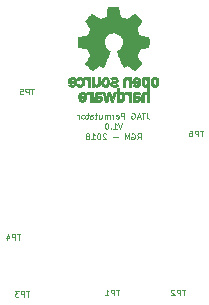
<source format=gbo>
G04 #@! TF.FileFunction,Legend,Bot*
%FSLAX46Y46*%
G04 Gerber Fmt 4.6, Leading zero omitted, Abs format (unit mm)*
G04 Created by KiCad (PCBNEW 4.0.5) date 01/03/18 17:15:43*
%MOMM*%
%LPD*%
G01*
G04 APERTURE LIST*
%ADD10C,0.100000*%
%ADD11C,0.125000*%
%ADD12C,0.010000*%
G04 APERTURE END LIST*
D10*
D11*
X91745237Y-97784190D02*
X91745237Y-98141333D01*
X91769047Y-98212762D01*
X91816666Y-98260381D01*
X91888094Y-98284190D01*
X91935713Y-98284190D01*
X91578571Y-97784190D02*
X91292857Y-97784190D01*
X91435714Y-98284190D02*
X91435714Y-97784190D01*
X91150000Y-98141333D02*
X90911905Y-98141333D01*
X91197619Y-98284190D02*
X91030952Y-97784190D01*
X90864286Y-98284190D01*
X90435715Y-97808000D02*
X90483334Y-97784190D01*
X90554762Y-97784190D01*
X90626191Y-97808000D01*
X90673810Y-97855619D01*
X90697619Y-97903238D01*
X90721429Y-97998476D01*
X90721429Y-98069905D01*
X90697619Y-98165143D01*
X90673810Y-98212762D01*
X90626191Y-98260381D01*
X90554762Y-98284190D01*
X90507143Y-98284190D01*
X90435715Y-98260381D01*
X90411905Y-98236571D01*
X90411905Y-98069905D01*
X90507143Y-98069905D01*
X89816667Y-98284190D02*
X89816667Y-97784190D01*
X89626191Y-97784190D01*
X89578572Y-97808000D01*
X89554763Y-97831810D01*
X89530953Y-97879429D01*
X89530953Y-97950857D01*
X89554763Y-97998476D01*
X89578572Y-98022286D01*
X89626191Y-98046095D01*
X89816667Y-98046095D01*
X89126191Y-98260381D02*
X89173810Y-98284190D01*
X89269048Y-98284190D01*
X89316667Y-98260381D01*
X89340477Y-98212762D01*
X89340477Y-98022286D01*
X89316667Y-97974667D01*
X89269048Y-97950857D01*
X89173810Y-97950857D01*
X89126191Y-97974667D01*
X89102382Y-98022286D01*
X89102382Y-98069905D01*
X89340477Y-98117524D01*
X88888096Y-98284190D02*
X88888096Y-97950857D01*
X88888096Y-98046095D02*
X88864287Y-97998476D01*
X88840477Y-97974667D01*
X88792858Y-97950857D01*
X88745239Y-97950857D01*
X88578572Y-98284190D02*
X88578572Y-97950857D01*
X88578572Y-97998476D02*
X88554763Y-97974667D01*
X88507144Y-97950857D01*
X88435715Y-97950857D01*
X88388096Y-97974667D01*
X88364287Y-98022286D01*
X88364287Y-98284190D01*
X88364287Y-98022286D02*
X88340477Y-97974667D01*
X88292858Y-97950857D01*
X88221430Y-97950857D01*
X88173810Y-97974667D01*
X88150001Y-98022286D01*
X88150001Y-98284190D01*
X87697620Y-97950857D02*
X87697620Y-98284190D01*
X87911905Y-97950857D02*
X87911905Y-98212762D01*
X87888096Y-98260381D01*
X87840477Y-98284190D01*
X87769048Y-98284190D01*
X87721429Y-98260381D01*
X87697620Y-98236571D01*
X87530953Y-97950857D02*
X87340477Y-97950857D01*
X87459524Y-97784190D02*
X87459524Y-98212762D01*
X87435715Y-98260381D01*
X87388096Y-98284190D01*
X87340477Y-98284190D01*
X86959525Y-98284190D02*
X86959525Y-98022286D01*
X86983334Y-97974667D01*
X87030953Y-97950857D01*
X87126191Y-97950857D01*
X87173810Y-97974667D01*
X86959525Y-98260381D02*
X87007144Y-98284190D01*
X87126191Y-98284190D01*
X87173810Y-98260381D01*
X87197620Y-98212762D01*
X87197620Y-98165143D01*
X87173810Y-98117524D01*
X87126191Y-98093714D01*
X87007144Y-98093714D01*
X86959525Y-98069905D01*
X86792858Y-97950857D02*
X86602382Y-97950857D01*
X86721429Y-97784190D02*
X86721429Y-98212762D01*
X86697620Y-98260381D01*
X86650001Y-98284190D01*
X86602382Y-98284190D01*
X86364287Y-98284190D02*
X86411906Y-98260381D01*
X86435715Y-98236571D01*
X86459525Y-98188952D01*
X86459525Y-98046095D01*
X86435715Y-97998476D01*
X86411906Y-97974667D01*
X86364287Y-97950857D01*
X86292858Y-97950857D01*
X86245239Y-97974667D01*
X86221430Y-97998476D01*
X86197620Y-98046095D01*
X86197620Y-98188952D01*
X86221430Y-98236571D01*
X86245239Y-98260381D01*
X86292858Y-98284190D01*
X86364287Y-98284190D01*
X85983334Y-98284190D02*
X85983334Y-97950857D01*
X85983334Y-98046095D02*
X85959525Y-97998476D01*
X85935715Y-97974667D01*
X85888096Y-97950857D01*
X85840477Y-97950857D01*
X89661904Y-98659190D02*
X89495237Y-99159190D01*
X89328571Y-98659190D01*
X88900000Y-99159190D02*
X89185714Y-99159190D01*
X89042857Y-99159190D02*
X89042857Y-98659190D01*
X89090476Y-98730619D01*
X89138095Y-98778238D01*
X89185714Y-98802048D01*
X88685714Y-99111571D02*
X88661905Y-99135381D01*
X88685714Y-99159190D01*
X88709524Y-99135381D01*
X88685714Y-99111571D01*
X88685714Y-99159190D01*
X88352381Y-98659190D02*
X88304762Y-98659190D01*
X88257143Y-98683000D01*
X88233334Y-98706810D01*
X88209524Y-98754429D01*
X88185715Y-98849667D01*
X88185715Y-98968714D01*
X88209524Y-99063952D01*
X88233334Y-99111571D01*
X88257143Y-99135381D01*
X88304762Y-99159190D01*
X88352381Y-99159190D01*
X88400000Y-99135381D01*
X88423810Y-99111571D01*
X88447619Y-99063952D01*
X88471429Y-98968714D01*
X88471429Y-98849667D01*
X88447619Y-98754429D01*
X88423810Y-98706810D01*
X88400000Y-98683000D01*
X88352381Y-98659190D01*
X90923808Y-100034190D02*
X91090475Y-99796095D01*
X91209522Y-100034190D02*
X91209522Y-99534190D01*
X91019046Y-99534190D01*
X90971427Y-99558000D01*
X90947618Y-99581810D01*
X90923808Y-99629429D01*
X90923808Y-99700857D01*
X90947618Y-99748476D01*
X90971427Y-99772286D01*
X91019046Y-99796095D01*
X91209522Y-99796095D01*
X90447618Y-99558000D02*
X90495237Y-99534190D01*
X90566665Y-99534190D01*
X90638094Y-99558000D01*
X90685713Y-99605619D01*
X90709522Y-99653238D01*
X90733332Y-99748476D01*
X90733332Y-99819905D01*
X90709522Y-99915143D01*
X90685713Y-99962762D01*
X90638094Y-100010381D01*
X90566665Y-100034190D01*
X90519046Y-100034190D01*
X90447618Y-100010381D01*
X90423808Y-99986571D01*
X90423808Y-99819905D01*
X90519046Y-99819905D01*
X90209522Y-100034190D02*
X90209522Y-99534190D01*
X90042856Y-99891333D01*
X89876189Y-99534190D01*
X89876189Y-100034190D01*
X89257141Y-99843714D02*
X88876189Y-99843714D01*
X88280951Y-99581810D02*
X88257141Y-99558000D01*
X88209522Y-99534190D01*
X88090475Y-99534190D01*
X88042856Y-99558000D01*
X88019046Y-99581810D01*
X87995237Y-99629429D01*
X87995237Y-99677048D01*
X88019046Y-99748476D01*
X88304760Y-100034190D01*
X87995237Y-100034190D01*
X87685713Y-99534190D02*
X87638094Y-99534190D01*
X87590475Y-99558000D01*
X87566666Y-99581810D01*
X87542856Y-99629429D01*
X87519047Y-99724667D01*
X87519047Y-99843714D01*
X87542856Y-99938952D01*
X87566666Y-99986571D01*
X87590475Y-100010381D01*
X87638094Y-100034190D01*
X87685713Y-100034190D01*
X87733332Y-100010381D01*
X87757142Y-99986571D01*
X87780951Y-99938952D01*
X87804761Y-99843714D01*
X87804761Y-99724667D01*
X87780951Y-99629429D01*
X87757142Y-99581810D01*
X87733332Y-99558000D01*
X87685713Y-99534190D01*
X87042857Y-100034190D02*
X87328571Y-100034190D01*
X87185714Y-100034190D02*
X87185714Y-99534190D01*
X87233333Y-99605619D01*
X87280952Y-99653238D01*
X87328571Y-99677048D01*
X86757143Y-99748476D02*
X86804762Y-99724667D01*
X86828571Y-99700857D01*
X86852381Y-99653238D01*
X86852381Y-99629429D01*
X86828571Y-99581810D01*
X86804762Y-99558000D01*
X86757143Y-99534190D01*
X86661905Y-99534190D01*
X86614286Y-99558000D01*
X86590476Y-99581810D01*
X86566667Y-99629429D01*
X86566667Y-99653238D01*
X86590476Y-99700857D01*
X86614286Y-99724667D01*
X86661905Y-99748476D01*
X86757143Y-99748476D01*
X86804762Y-99772286D01*
X86828571Y-99796095D01*
X86852381Y-99843714D01*
X86852381Y-99938952D01*
X86828571Y-99986571D01*
X86804762Y-100010381D01*
X86757143Y-100034190D01*
X86661905Y-100034190D01*
X86614286Y-100010381D01*
X86590476Y-99986571D01*
X86566667Y-99938952D01*
X86566667Y-99843714D01*
X86590476Y-99796095D01*
X86614286Y-99772286D01*
X86661905Y-99748476D01*
D12*
G36*
X91436640Y-94789468D02*
X91401408Y-94806874D01*
X91357960Y-94837206D01*
X91326294Y-94870283D01*
X91304606Y-94911817D01*
X91291097Y-94967522D01*
X91283962Y-95043111D01*
X91281400Y-95144296D01*
X91281250Y-95187797D01*
X91281688Y-95283135D01*
X91283504Y-95351271D01*
X91287455Y-95398418D01*
X91294298Y-95430790D01*
X91304789Y-95454600D01*
X91315704Y-95470843D01*
X91385381Y-95539952D01*
X91467434Y-95581521D01*
X91555950Y-95594023D01*
X91645019Y-95575934D01*
X91673237Y-95563142D01*
X91740790Y-95527931D01*
X91740790Y-96079700D01*
X91691488Y-96054205D01*
X91626527Y-96034480D01*
X91546680Y-96029427D01*
X91466948Y-96038756D01*
X91406735Y-96059714D01*
X91356792Y-96099627D01*
X91314119Y-96156741D01*
X91310910Y-96162605D01*
X91297378Y-96190227D01*
X91287495Y-96218068D01*
X91280691Y-96251794D01*
X91276399Y-96297071D01*
X91274049Y-96359562D01*
X91273072Y-96444935D01*
X91272895Y-96541010D01*
X91272895Y-96847526D01*
X91456711Y-96847526D01*
X91456711Y-96282339D01*
X91508125Y-96239077D01*
X91561534Y-96204472D01*
X91612112Y-96198180D01*
X91662970Y-96214372D01*
X91690075Y-96230227D01*
X91710249Y-96252810D01*
X91724597Y-96286940D01*
X91734224Y-96337434D01*
X91740237Y-96409111D01*
X91743740Y-96506788D01*
X91744974Y-96571802D01*
X91749145Y-96839171D01*
X91836875Y-96844222D01*
X91924606Y-96849273D01*
X91924606Y-95190101D01*
X91740790Y-95190101D01*
X91736104Y-95282600D01*
X91720312Y-95346809D01*
X91690817Y-95386759D01*
X91645020Y-95406480D01*
X91598750Y-95410421D01*
X91546372Y-95405892D01*
X91511610Y-95388069D01*
X91489872Y-95364519D01*
X91472760Y-95339189D01*
X91462573Y-95310969D01*
X91458040Y-95271431D01*
X91457891Y-95212142D01*
X91459416Y-95162498D01*
X91462919Y-95087710D01*
X91468133Y-95038611D01*
X91476913Y-95007467D01*
X91491114Y-94986545D01*
X91504516Y-94974452D01*
X91560513Y-94948081D01*
X91626789Y-94943822D01*
X91664844Y-94952906D01*
X91702523Y-94985196D01*
X91727481Y-95048006D01*
X91739578Y-95140894D01*
X91740790Y-95190101D01*
X91924606Y-95190101D01*
X91924606Y-94775421D01*
X91832698Y-94775421D01*
X91777517Y-94777603D01*
X91749048Y-94785351D01*
X91740794Y-94800468D01*
X91740790Y-94800916D01*
X91736960Y-94815720D01*
X91720067Y-94814039D01*
X91686481Y-94797772D01*
X91608222Y-94772887D01*
X91520173Y-94770271D01*
X91436640Y-94789468D01*
X91436640Y-94789468D01*
G37*
X91436640Y-94789468D02*
X91401408Y-94806874D01*
X91357960Y-94837206D01*
X91326294Y-94870283D01*
X91304606Y-94911817D01*
X91291097Y-94967522D01*
X91283962Y-95043111D01*
X91281400Y-95144296D01*
X91281250Y-95187797D01*
X91281688Y-95283135D01*
X91283504Y-95351271D01*
X91287455Y-95398418D01*
X91294298Y-95430790D01*
X91304789Y-95454600D01*
X91315704Y-95470843D01*
X91385381Y-95539952D01*
X91467434Y-95581521D01*
X91555950Y-95594023D01*
X91645019Y-95575934D01*
X91673237Y-95563142D01*
X91740790Y-95527931D01*
X91740790Y-96079700D01*
X91691488Y-96054205D01*
X91626527Y-96034480D01*
X91546680Y-96029427D01*
X91466948Y-96038756D01*
X91406735Y-96059714D01*
X91356792Y-96099627D01*
X91314119Y-96156741D01*
X91310910Y-96162605D01*
X91297378Y-96190227D01*
X91287495Y-96218068D01*
X91280691Y-96251794D01*
X91276399Y-96297071D01*
X91274049Y-96359562D01*
X91273072Y-96444935D01*
X91272895Y-96541010D01*
X91272895Y-96847526D01*
X91456711Y-96847526D01*
X91456711Y-96282339D01*
X91508125Y-96239077D01*
X91561534Y-96204472D01*
X91612112Y-96198180D01*
X91662970Y-96214372D01*
X91690075Y-96230227D01*
X91710249Y-96252810D01*
X91724597Y-96286940D01*
X91734224Y-96337434D01*
X91740237Y-96409111D01*
X91743740Y-96506788D01*
X91744974Y-96571802D01*
X91749145Y-96839171D01*
X91836875Y-96844222D01*
X91924606Y-96849273D01*
X91924606Y-95190101D01*
X91740790Y-95190101D01*
X91736104Y-95282600D01*
X91720312Y-95346809D01*
X91690817Y-95386759D01*
X91645020Y-95406480D01*
X91598750Y-95410421D01*
X91546372Y-95405892D01*
X91511610Y-95388069D01*
X91489872Y-95364519D01*
X91472760Y-95339189D01*
X91462573Y-95310969D01*
X91458040Y-95271431D01*
X91457891Y-95212142D01*
X91459416Y-95162498D01*
X91462919Y-95087710D01*
X91468133Y-95038611D01*
X91476913Y-95007467D01*
X91491114Y-94986545D01*
X91504516Y-94974452D01*
X91560513Y-94948081D01*
X91626789Y-94943822D01*
X91664844Y-94952906D01*
X91702523Y-94985196D01*
X91727481Y-95048006D01*
X91739578Y-95140894D01*
X91740790Y-95190101D01*
X91924606Y-95190101D01*
X91924606Y-94775421D01*
X91832698Y-94775421D01*
X91777517Y-94777603D01*
X91749048Y-94785351D01*
X91740794Y-94800468D01*
X91740790Y-94800916D01*
X91736960Y-94815720D01*
X91720067Y-94814039D01*
X91686481Y-94797772D01*
X91608222Y-94772887D01*
X91520173Y-94770271D01*
X91436640Y-94789468D01*
G36*
X90739543Y-96035184D02*
X90660930Y-96056160D01*
X90601084Y-96094180D01*
X90558853Y-96143978D01*
X90545725Y-96165230D01*
X90536032Y-96187492D01*
X90529256Y-96215970D01*
X90524877Y-96255871D01*
X90522376Y-96312401D01*
X90521232Y-96390767D01*
X90520928Y-96496176D01*
X90520922Y-96524142D01*
X90520922Y-96847526D01*
X90601132Y-96847526D01*
X90652294Y-96843943D01*
X90690123Y-96834866D01*
X90699601Y-96829268D01*
X90725512Y-96819606D01*
X90751976Y-96829268D01*
X90795548Y-96841330D01*
X90858840Y-96846185D01*
X90928990Y-96844078D01*
X90993140Y-96835256D01*
X91030593Y-96823937D01*
X91103067Y-96777412D01*
X91148360Y-96712846D01*
X91168722Y-96627000D01*
X91168912Y-96624796D01*
X91167125Y-96586713D01*
X91005527Y-96586713D01*
X90991399Y-96630030D01*
X90968388Y-96654408D01*
X90922196Y-96672845D01*
X90861225Y-96680205D01*
X90799051Y-96676583D01*
X90749249Y-96662074D01*
X90735297Y-96652765D01*
X90710915Y-96609753D01*
X90704737Y-96560857D01*
X90704737Y-96496605D01*
X90797182Y-96496605D01*
X90885005Y-96503366D01*
X90951582Y-96522520D01*
X90992998Y-96552376D01*
X91005527Y-96586713D01*
X91167125Y-96586713D01*
X91164510Y-96531004D01*
X91133576Y-96456847D01*
X91075419Y-96400767D01*
X91067380Y-96395665D01*
X91032837Y-96379055D01*
X90990082Y-96368996D01*
X90930314Y-96364107D01*
X90859310Y-96362983D01*
X90704737Y-96362921D01*
X90704737Y-96298125D01*
X90711294Y-96247850D01*
X90728025Y-96214169D01*
X90729984Y-96212376D01*
X90767217Y-96197642D01*
X90823420Y-96191931D01*
X90885533Y-96194737D01*
X90940490Y-96205556D01*
X90973101Y-96221782D01*
X90990772Y-96234780D01*
X91009431Y-96237262D01*
X91035181Y-96226613D01*
X91074127Y-96200218D01*
X91132370Y-96155465D01*
X91137716Y-96151273D01*
X91134977Y-96135760D01*
X91112124Y-96109960D01*
X91077391Y-96081289D01*
X91039010Y-96057166D01*
X91026952Y-96051470D01*
X90982966Y-96040103D01*
X90918513Y-96031995D01*
X90846503Y-96028743D01*
X90843136Y-96028736D01*
X90739543Y-96035184D01*
X90739543Y-96035184D01*
G37*
X90739543Y-96035184D02*
X90660930Y-96056160D01*
X90601084Y-96094180D01*
X90558853Y-96143978D01*
X90545725Y-96165230D01*
X90536032Y-96187492D01*
X90529256Y-96215970D01*
X90524877Y-96255871D01*
X90522376Y-96312401D01*
X90521232Y-96390767D01*
X90520928Y-96496176D01*
X90520922Y-96524142D01*
X90520922Y-96847526D01*
X90601132Y-96847526D01*
X90652294Y-96843943D01*
X90690123Y-96834866D01*
X90699601Y-96829268D01*
X90725512Y-96819606D01*
X90751976Y-96829268D01*
X90795548Y-96841330D01*
X90858840Y-96846185D01*
X90928990Y-96844078D01*
X90993140Y-96835256D01*
X91030593Y-96823937D01*
X91103067Y-96777412D01*
X91148360Y-96712846D01*
X91168722Y-96627000D01*
X91168912Y-96624796D01*
X91167125Y-96586713D01*
X91005527Y-96586713D01*
X90991399Y-96630030D01*
X90968388Y-96654408D01*
X90922196Y-96672845D01*
X90861225Y-96680205D01*
X90799051Y-96676583D01*
X90749249Y-96662074D01*
X90735297Y-96652765D01*
X90710915Y-96609753D01*
X90704737Y-96560857D01*
X90704737Y-96496605D01*
X90797182Y-96496605D01*
X90885005Y-96503366D01*
X90951582Y-96522520D01*
X90992998Y-96552376D01*
X91005527Y-96586713D01*
X91167125Y-96586713D01*
X91164510Y-96531004D01*
X91133576Y-96456847D01*
X91075419Y-96400767D01*
X91067380Y-96395665D01*
X91032837Y-96379055D01*
X90990082Y-96368996D01*
X90930314Y-96364107D01*
X90859310Y-96362983D01*
X90704737Y-96362921D01*
X90704737Y-96298125D01*
X90711294Y-96247850D01*
X90728025Y-96214169D01*
X90729984Y-96212376D01*
X90767217Y-96197642D01*
X90823420Y-96191931D01*
X90885533Y-96194737D01*
X90940490Y-96205556D01*
X90973101Y-96221782D01*
X90990772Y-96234780D01*
X91009431Y-96237262D01*
X91035181Y-96226613D01*
X91074127Y-96200218D01*
X91132370Y-96155465D01*
X91137716Y-96151273D01*
X91134977Y-96135760D01*
X91112124Y-96109960D01*
X91077391Y-96081289D01*
X91039010Y-96057166D01*
X91026952Y-96051470D01*
X90982966Y-96040103D01*
X90918513Y-96031995D01*
X90846503Y-96028743D01*
X90843136Y-96028736D01*
X90739543Y-96035184D01*
G36*
X90220119Y-96030486D02*
X90195112Y-96037982D01*
X90187050Y-96054451D01*
X90186711Y-96061886D01*
X90185264Y-96082594D01*
X90175302Y-96085845D01*
X90148388Y-96071648D01*
X90132402Y-96061948D01*
X90081967Y-96041175D01*
X90021728Y-96030904D01*
X89958566Y-96030114D01*
X89899363Y-96037786D01*
X89850998Y-96052898D01*
X89820354Y-96074432D01*
X89814311Y-96101366D01*
X89817361Y-96108660D01*
X89839594Y-96138937D01*
X89874070Y-96176175D01*
X89880306Y-96182195D01*
X89913167Y-96209875D01*
X89941520Y-96218818D01*
X89981173Y-96212576D01*
X89997058Y-96208429D01*
X90046491Y-96198467D01*
X90081248Y-96202947D01*
X90110600Y-96218746D01*
X90137487Y-96239949D01*
X90157290Y-96266614D01*
X90171052Y-96303827D01*
X90179816Y-96356673D01*
X90184626Y-96430237D01*
X90186526Y-96529605D01*
X90186711Y-96589601D01*
X90186711Y-96847526D01*
X90353816Y-96847526D01*
X90353816Y-96028710D01*
X90270264Y-96028710D01*
X90220119Y-96030486D01*
X90220119Y-96030486D01*
G37*
X90220119Y-96030486D02*
X90195112Y-96037982D01*
X90187050Y-96054451D01*
X90186711Y-96061886D01*
X90185264Y-96082594D01*
X90175302Y-96085845D01*
X90148388Y-96071648D01*
X90132402Y-96061948D01*
X90081967Y-96041175D01*
X90021728Y-96030904D01*
X89958566Y-96030114D01*
X89899363Y-96037786D01*
X89850998Y-96052898D01*
X89820354Y-96074432D01*
X89814311Y-96101366D01*
X89817361Y-96108660D01*
X89839594Y-96138937D01*
X89874070Y-96176175D01*
X89880306Y-96182195D01*
X89913167Y-96209875D01*
X89941520Y-96218818D01*
X89981173Y-96212576D01*
X89997058Y-96208429D01*
X90046491Y-96198467D01*
X90081248Y-96202947D01*
X90110600Y-96218746D01*
X90137487Y-96239949D01*
X90157290Y-96266614D01*
X90171052Y-96303827D01*
X90179816Y-96356673D01*
X90184626Y-96430237D01*
X90186526Y-96529605D01*
X90186711Y-96589601D01*
X90186711Y-96847526D01*
X90353816Y-96847526D01*
X90353816Y-96028710D01*
X90270264Y-96028710D01*
X90220119Y-96030486D01*
G36*
X89167369Y-96847526D02*
X89259277Y-96847526D01*
X89312623Y-96845962D01*
X89340407Y-96839485D01*
X89350410Y-96825418D01*
X89351185Y-96815906D01*
X89352872Y-96796832D01*
X89363510Y-96793174D01*
X89391465Y-96804932D01*
X89413205Y-96815906D01*
X89496668Y-96841911D01*
X89587396Y-96843416D01*
X89661158Y-96824021D01*
X89729846Y-96777165D01*
X89782206Y-96708004D01*
X89810878Y-96626427D01*
X89811608Y-96621866D01*
X89815868Y-96572101D01*
X89817986Y-96500659D01*
X89817816Y-96446626D01*
X89635280Y-96446626D01*
X89631051Y-96518441D01*
X89621432Y-96577634D01*
X89608410Y-96611060D01*
X89559144Y-96656740D01*
X89500650Y-96673115D01*
X89440329Y-96659873D01*
X89388783Y-96620373D01*
X89369262Y-96593807D01*
X89357848Y-96562106D01*
X89352502Y-96515832D01*
X89351185Y-96446328D01*
X89353542Y-96377499D01*
X89359767Y-96317026D01*
X89368592Y-96276556D01*
X89370063Y-96272929D01*
X89405653Y-96229802D01*
X89457600Y-96206124D01*
X89515722Y-96202301D01*
X89569840Y-96218738D01*
X89609774Y-96255840D01*
X89613917Y-96263222D01*
X89626884Y-96308239D01*
X89633948Y-96372967D01*
X89635280Y-96446626D01*
X89817816Y-96446626D01*
X89817729Y-96419230D01*
X89816528Y-96375405D01*
X89808355Y-96266988D01*
X89791370Y-96185588D01*
X89763113Y-96125412D01*
X89721128Y-96080666D01*
X89680368Y-96054400D01*
X89623419Y-96035935D01*
X89552589Y-96029602D01*
X89480059Y-96034760D01*
X89418014Y-96050769D01*
X89385232Y-96069920D01*
X89351185Y-96100732D01*
X89351185Y-95711210D01*
X89167369Y-95711210D01*
X89167369Y-96847526D01*
X89167369Y-96847526D01*
G37*
X89167369Y-96847526D02*
X89259277Y-96847526D01*
X89312623Y-96845962D01*
X89340407Y-96839485D01*
X89350410Y-96825418D01*
X89351185Y-96815906D01*
X89352872Y-96796832D01*
X89363510Y-96793174D01*
X89391465Y-96804932D01*
X89413205Y-96815906D01*
X89496668Y-96841911D01*
X89587396Y-96843416D01*
X89661158Y-96824021D01*
X89729846Y-96777165D01*
X89782206Y-96708004D01*
X89810878Y-96626427D01*
X89811608Y-96621866D01*
X89815868Y-96572101D01*
X89817986Y-96500659D01*
X89817816Y-96446626D01*
X89635280Y-96446626D01*
X89631051Y-96518441D01*
X89621432Y-96577634D01*
X89608410Y-96611060D01*
X89559144Y-96656740D01*
X89500650Y-96673115D01*
X89440329Y-96659873D01*
X89388783Y-96620373D01*
X89369262Y-96593807D01*
X89357848Y-96562106D01*
X89352502Y-96515832D01*
X89351185Y-96446328D01*
X89353542Y-96377499D01*
X89359767Y-96317026D01*
X89368592Y-96276556D01*
X89370063Y-96272929D01*
X89405653Y-96229802D01*
X89457600Y-96206124D01*
X89515722Y-96202301D01*
X89569840Y-96218738D01*
X89609774Y-96255840D01*
X89613917Y-96263222D01*
X89626884Y-96308239D01*
X89633948Y-96372967D01*
X89635280Y-96446626D01*
X89817816Y-96446626D01*
X89817729Y-96419230D01*
X89816528Y-96375405D01*
X89808355Y-96266988D01*
X89791370Y-96185588D01*
X89763113Y-96125412D01*
X89721128Y-96080666D01*
X89680368Y-96054400D01*
X89623419Y-96035935D01*
X89552589Y-96029602D01*
X89480059Y-96034760D01*
X89418014Y-96050769D01*
X89385232Y-96069920D01*
X89351185Y-96100732D01*
X89351185Y-95711210D01*
X89167369Y-95711210D01*
X89167369Y-96847526D01*
G36*
X88525870Y-96032104D02*
X88459780Y-96037066D01*
X88373374Y-96296079D01*
X88286969Y-96555092D01*
X88259876Y-96463184D01*
X88243572Y-96406384D01*
X88222125Y-96329625D01*
X88198965Y-96245251D01*
X88186720Y-96199993D01*
X88140656Y-96028710D01*
X87950613Y-96028710D01*
X88007418Y-96208349D01*
X88035393Y-96296704D01*
X88069187Y-96403281D01*
X88104480Y-96514454D01*
X88135987Y-96613579D01*
X88207750Y-96839171D01*
X88362714Y-96849253D01*
X88404730Y-96710528D01*
X88430641Y-96624351D01*
X88458917Y-96529347D01*
X88483631Y-96445441D01*
X88484606Y-96442102D01*
X88503065Y-96385248D01*
X88519351Y-96346456D01*
X88530758Y-96331787D01*
X88533102Y-96333483D01*
X88541329Y-96356225D01*
X88556962Y-96404940D01*
X88578096Y-96473502D01*
X88602830Y-96555785D01*
X88616213Y-96601046D01*
X88688689Y-96847526D01*
X88842505Y-96847526D01*
X88965469Y-96459006D01*
X89000012Y-96350022D01*
X89031479Y-96251048D01*
X89058384Y-96166736D01*
X89079241Y-96101734D01*
X89092562Y-96060692D01*
X89096612Y-96048701D01*
X89093406Y-96036423D01*
X89068235Y-96031046D01*
X89015854Y-96031584D01*
X89007655Y-96031990D01*
X88910518Y-96037066D01*
X88846900Y-96271013D01*
X88823516Y-96356333D01*
X88802619Y-96431335D01*
X88786049Y-96489507D01*
X88775646Y-96524337D01*
X88773724Y-96530016D01*
X88765759Y-96523486D01*
X88749696Y-96489654D01*
X88727379Y-96433127D01*
X88700655Y-96358510D01*
X88678063Y-96291107D01*
X88591959Y-96027143D01*
X88525870Y-96032104D01*
X88525870Y-96032104D01*
G37*
X88525870Y-96032104D02*
X88459780Y-96037066D01*
X88373374Y-96296079D01*
X88286969Y-96555092D01*
X88259876Y-96463184D01*
X88243572Y-96406384D01*
X88222125Y-96329625D01*
X88198965Y-96245251D01*
X88186720Y-96199993D01*
X88140656Y-96028710D01*
X87950613Y-96028710D01*
X88007418Y-96208349D01*
X88035393Y-96296704D01*
X88069187Y-96403281D01*
X88104480Y-96514454D01*
X88135987Y-96613579D01*
X88207750Y-96839171D01*
X88362714Y-96849253D01*
X88404730Y-96710528D01*
X88430641Y-96624351D01*
X88458917Y-96529347D01*
X88483631Y-96445441D01*
X88484606Y-96442102D01*
X88503065Y-96385248D01*
X88519351Y-96346456D01*
X88530758Y-96331787D01*
X88533102Y-96333483D01*
X88541329Y-96356225D01*
X88556962Y-96404940D01*
X88578096Y-96473502D01*
X88602830Y-96555785D01*
X88616213Y-96601046D01*
X88688689Y-96847526D01*
X88842505Y-96847526D01*
X88965469Y-96459006D01*
X89000012Y-96350022D01*
X89031479Y-96251048D01*
X89058384Y-96166736D01*
X89079241Y-96101734D01*
X89092562Y-96060692D01*
X89096612Y-96048701D01*
X89093406Y-96036423D01*
X89068235Y-96031046D01*
X89015854Y-96031584D01*
X89007655Y-96031990D01*
X88910518Y-96037066D01*
X88846900Y-96271013D01*
X88823516Y-96356333D01*
X88802619Y-96431335D01*
X88786049Y-96489507D01*
X88775646Y-96524337D01*
X88773724Y-96530016D01*
X88765759Y-96523486D01*
X88749696Y-96489654D01*
X88727379Y-96433127D01*
X88700655Y-96358510D01*
X88678063Y-96291107D01*
X88591959Y-96027143D01*
X88525870Y-96032104D01*
G36*
X87520008Y-96033673D02*
X87449573Y-96050780D01*
X87429213Y-96059844D01*
X87389747Y-96083583D01*
X87359459Y-96110321D01*
X87337048Y-96144699D01*
X87321214Y-96191360D01*
X87310657Y-96254946D01*
X87304076Y-96340099D01*
X87300172Y-96451462D01*
X87298690Y-96525849D01*
X87293235Y-96847526D01*
X87386420Y-96847526D01*
X87442953Y-96845156D01*
X87472078Y-96837055D01*
X87479606Y-96823451D01*
X87483580Y-96808741D01*
X87501348Y-96811554D01*
X87525560Y-96823348D01*
X87586172Y-96841427D01*
X87664071Y-96846299D01*
X87746005Y-96838330D01*
X87818719Y-96817889D01*
X87825241Y-96815051D01*
X87891698Y-96768365D01*
X87935509Y-96703464D01*
X87955668Y-96627600D01*
X87954128Y-96600344D01*
X87789655Y-96600344D01*
X87775163Y-96637024D01*
X87732195Y-96663309D01*
X87662871Y-96677417D01*
X87625823Y-96679290D01*
X87564081Y-96674494D01*
X87523040Y-96655858D01*
X87513027Y-96647000D01*
X87485900Y-96598806D01*
X87479606Y-96555092D01*
X87479606Y-96496605D01*
X87561070Y-96496605D01*
X87655766Y-96501432D01*
X87722187Y-96516613D01*
X87764154Y-96543200D01*
X87773551Y-96555052D01*
X87789655Y-96600344D01*
X87954128Y-96600344D01*
X87951171Y-96548026D01*
X87921015Y-96471995D01*
X87879869Y-96420612D01*
X87854948Y-96398397D01*
X87830552Y-96383798D01*
X87798809Y-96374897D01*
X87751848Y-96369775D01*
X87681796Y-96366515D01*
X87654010Y-96365577D01*
X87479606Y-96359879D01*
X87479862Y-96307091D01*
X87486616Y-96251603D01*
X87511036Y-96218052D01*
X87560370Y-96196618D01*
X87561694Y-96196236D01*
X87631640Y-96187808D01*
X87700086Y-96198816D01*
X87750953Y-96225585D01*
X87771363Y-96238803D01*
X87793346Y-96236974D01*
X87827174Y-96217824D01*
X87847039Y-96204308D01*
X87885894Y-96175432D01*
X87909962Y-96153786D01*
X87913824Y-96147589D01*
X87897921Y-96115519D01*
X87850935Y-96077219D01*
X87830527Y-96064297D01*
X87771857Y-96042041D01*
X87692788Y-96029432D01*
X87604959Y-96026600D01*
X87520008Y-96033673D01*
X87520008Y-96033673D01*
G37*
X87520008Y-96033673D02*
X87449573Y-96050780D01*
X87429213Y-96059844D01*
X87389747Y-96083583D01*
X87359459Y-96110321D01*
X87337048Y-96144699D01*
X87321214Y-96191360D01*
X87310657Y-96254946D01*
X87304076Y-96340099D01*
X87300172Y-96451462D01*
X87298690Y-96525849D01*
X87293235Y-96847526D01*
X87386420Y-96847526D01*
X87442953Y-96845156D01*
X87472078Y-96837055D01*
X87479606Y-96823451D01*
X87483580Y-96808741D01*
X87501348Y-96811554D01*
X87525560Y-96823348D01*
X87586172Y-96841427D01*
X87664071Y-96846299D01*
X87746005Y-96838330D01*
X87818719Y-96817889D01*
X87825241Y-96815051D01*
X87891698Y-96768365D01*
X87935509Y-96703464D01*
X87955668Y-96627600D01*
X87954128Y-96600344D01*
X87789655Y-96600344D01*
X87775163Y-96637024D01*
X87732195Y-96663309D01*
X87662871Y-96677417D01*
X87625823Y-96679290D01*
X87564081Y-96674494D01*
X87523040Y-96655858D01*
X87513027Y-96647000D01*
X87485900Y-96598806D01*
X87479606Y-96555092D01*
X87479606Y-96496605D01*
X87561070Y-96496605D01*
X87655766Y-96501432D01*
X87722187Y-96516613D01*
X87764154Y-96543200D01*
X87773551Y-96555052D01*
X87789655Y-96600344D01*
X87954128Y-96600344D01*
X87951171Y-96548026D01*
X87921015Y-96471995D01*
X87879869Y-96420612D01*
X87854948Y-96398397D01*
X87830552Y-96383798D01*
X87798809Y-96374897D01*
X87751848Y-96369775D01*
X87681796Y-96366515D01*
X87654010Y-96365577D01*
X87479606Y-96359879D01*
X87479862Y-96307091D01*
X87486616Y-96251603D01*
X87511036Y-96218052D01*
X87560370Y-96196618D01*
X87561694Y-96196236D01*
X87631640Y-96187808D01*
X87700086Y-96198816D01*
X87750953Y-96225585D01*
X87771363Y-96238803D01*
X87793346Y-96236974D01*
X87827174Y-96217824D01*
X87847039Y-96204308D01*
X87885894Y-96175432D01*
X87909962Y-96153786D01*
X87913824Y-96147589D01*
X87897921Y-96115519D01*
X87850935Y-96077219D01*
X87830527Y-96064297D01*
X87771857Y-96042041D01*
X87692788Y-96029432D01*
X87604959Y-96026600D01*
X87520008Y-96033673D01*
G36*
X86726833Y-96028447D02*
X86662592Y-96041112D01*
X86626020Y-96059864D01*
X86587547Y-96091017D01*
X86642283Y-96160127D01*
X86676031Y-96201979D01*
X86698947Y-96222398D01*
X86721721Y-96225517D01*
X86755044Y-96215472D01*
X86770686Y-96209789D01*
X86834458Y-96201404D01*
X86892860Y-96219378D01*
X86935736Y-96259982D01*
X86942701Y-96272929D01*
X86950287Y-96307224D01*
X86956141Y-96370427D01*
X86959989Y-96458060D01*
X86961557Y-96565640D01*
X86961579Y-96580944D01*
X86961579Y-96847526D01*
X87145395Y-96847526D01*
X87145395Y-96028710D01*
X87053487Y-96028710D01*
X87000493Y-96030094D01*
X86972885Y-96036252D01*
X86962676Y-96050194D01*
X86961579Y-96063344D01*
X86961579Y-96097978D01*
X86917550Y-96063344D01*
X86867063Y-96039716D01*
X86799240Y-96028033D01*
X86726833Y-96028447D01*
X86726833Y-96028447D01*
G37*
X86726833Y-96028447D02*
X86662592Y-96041112D01*
X86626020Y-96059864D01*
X86587547Y-96091017D01*
X86642283Y-96160127D01*
X86676031Y-96201979D01*
X86698947Y-96222398D01*
X86721721Y-96225517D01*
X86755044Y-96215472D01*
X86770686Y-96209789D01*
X86834458Y-96201404D01*
X86892860Y-96219378D01*
X86935736Y-96259982D01*
X86942701Y-96272929D01*
X86950287Y-96307224D01*
X86956141Y-96370427D01*
X86959989Y-96458060D01*
X86961557Y-96565640D01*
X86961579Y-96580944D01*
X86961579Y-96847526D01*
X87145395Y-96847526D01*
X87145395Y-96028710D01*
X87053487Y-96028710D01*
X87000493Y-96030094D01*
X86972885Y-96036252D01*
X86962676Y-96050194D01*
X86961579Y-96063344D01*
X86961579Y-96097978D01*
X86917550Y-96063344D01*
X86867063Y-96039716D01*
X86799240Y-96028033D01*
X86726833Y-96028447D01*
G36*
X86198807Y-96033078D02*
X86118932Y-96053845D01*
X86052038Y-96096705D01*
X86019649Y-96128723D01*
X85966555Y-96204413D01*
X85936127Y-96292216D01*
X85925673Y-96400150D01*
X85925620Y-96408875D01*
X85925527Y-96496605D01*
X86430466Y-96496605D01*
X86419702Y-96542559D01*
X86400268Y-96584178D01*
X86366255Y-96627544D01*
X86359140Y-96634467D01*
X86297997Y-96671935D01*
X86228271Y-96678289D01*
X86148013Y-96653638D01*
X86134408Y-96647000D01*
X86092681Y-96626819D01*
X86064732Y-96615321D01*
X86059855Y-96614258D01*
X86042832Y-96624583D01*
X86010367Y-96649845D01*
X85993886Y-96663650D01*
X85959736Y-96695361D01*
X85948522Y-96716299D01*
X85956305Y-96735560D01*
X85960465Y-96740827D01*
X85988643Y-96763878D01*
X86035138Y-96791892D01*
X86067566Y-96808246D01*
X86159615Y-96837059D01*
X86261524Y-96846395D01*
X86358037Y-96835332D01*
X86385066Y-96827412D01*
X86468724Y-96782581D01*
X86530734Y-96713598D01*
X86571455Y-96619794D01*
X86591245Y-96500498D01*
X86593418Y-96438118D01*
X86587074Y-96347298D01*
X86426843Y-96347298D01*
X86411345Y-96354012D01*
X86369688Y-96359280D01*
X86309124Y-96362389D01*
X86268093Y-96362921D01*
X86194289Y-96362408D01*
X86147707Y-96360006D01*
X86122152Y-96354422D01*
X86111431Y-96344361D01*
X86109343Y-96329763D01*
X86123669Y-96284796D01*
X86159738Y-96240353D01*
X86207185Y-96206242D01*
X86254651Y-96192288D01*
X86319121Y-96204666D01*
X86374930Y-96240452D01*
X86413626Y-96292033D01*
X86426843Y-96347298D01*
X86587074Y-96347298D01*
X86584179Y-96305866D01*
X86555664Y-96200498D01*
X86507271Y-96121178D01*
X86438396Y-96067071D01*
X86348435Y-96037343D01*
X86299700Y-96031618D01*
X86198807Y-96033078D01*
X86198807Y-96033078D01*
G37*
X86198807Y-96033078D02*
X86118932Y-96053845D01*
X86052038Y-96096705D01*
X86019649Y-96128723D01*
X85966555Y-96204413D01*
X85936127Y-96292216D01*
X85925673Y-96400150D01*
X85925620Y-96408875D01*
X85925527Y-96496605D01*
X86430466Y-96496605D01*
X86419702Y-96542559D01*
X86400268Y-96584178D01*
X86366255Y-96627544D01*
X86359140Y-96634467D01*
X86297997Y-96671935D01*
X86228271Y-96678289D01*
X86148013Y-96653638D01*
X86134408Y-96647000D01*
X86092681Y-96626819D01*
X86064732Y-96615321D01*
X86059855Y-96614258D01*
X86042832Y-96624583D01*
X86010367Y-96649845D01*
X85993886Y-96663650D01*
X85959736Y-96695361D01*
X85948522Y-96716299D01*
X85956305Y-96735560D01*
X85960465Y-96740827D01*
X85988643Y-96763878D01*
X86035138Y-96791892D01*
X86067566Y-96808246D01*
X86159615Y-96837059D01*
X86261524Y-96846395D01*
X86358037Y-96835332D01*
X86385066Y-96827412D01*
X86468724Y-96782581D01*
X86530734Y-96713598D01*
X86571455Y-96619794D01*
X86591245Y-96500498D01*
X86593418Y-96438118D01*
X86587074Y-96347298D01*
X86426843Y-96347298D01*
X86411345Y-96354012D01*
X86369688Y-96359280D01*
X86309124Y-96362389D01*
X86268093Y-96362921D01*
X86194289Y-96362408D01*
X86147707Y-96360006D01*
X86122152Y-96354422D01*
X86111431Y-96344361D01*
X86109343Y-96329763D01*
X86123669Y-96284796D01*
X86159738Y-96240353D01*
X86207185Y-96206242D01*
X86254651Y-96192288D01*
X86319121Y-96204666D01*
X86374930Y-96240452D01*
X86413626Y-96292033D01*
X86426843Y-96347298D01*
X86587074Y-96347298D01*
X86584179Y-96305866D01*
X86555664Y-96200498D01*
X86507271Y-96121178D01*
X86438396Y-96067071D01*
X86348435Y-96037343D01*
X86299700Y-96031618D01*
X86198807Y-96033078D01*
G36*
X92273216Y-94784104D02*
X92185795Y-94822754D01*
X92119430Y-94887290D01*
X92074024Y-94977812D01*
X92049482Y-95094418D01*
X92047723Y-95112624D01*
X92046344Y-95240984D01*
X92064216Y-95353496D01*
X92100250Y-95444688D01*
X92119545Y-95474022D01*
X92186755Y-95536106D01*
X92272350Y-95576316D01*
X92368110Y-95593003D01*
X92465813Y-95584517D01*
X92540083Y-95558380D01*
X92603953Y-95514335D01*
X92656154Y-95456587D01*
X92657057Y-95455236D01*
X92678256Y-95419593D01*
X92692033Y-95383752D01*
X92700376Y-95338519D01*
X92705273Y-95274701D01*
X92707431Y-95222368D01*
X92708329Y-95174910D01*
X92541257Y-95174910D01*
X92539624Y-95222154D01*
X92533696Y-95285046D01*
X92523239Y-95325407D01*
X92504381Y-95354122D01*
X92486719Y-95370896D01*
X92424106Y-95406016D01*
X92358592Y-95410710D01*
X92297579Y-95385440D01*
X92267072Y-95357124D01*
X92245089Y-95328589D01*
X92232231Y-95301284D01*
X92226588Y-95265750D01*
X92226249Y-95212524D01*
X92227988Y-95163506D01*
X92231729Y-95093482D01*
X92237659Y-95048064D01*
X92248347Y-95018440D01*
X92266361Y-94995797D01*
X92280637Y-94982855D01*
X92340349Y-94948860D01*
X92404766Y-94947165D01*
X92458781Y-94967301D01*
X92504860Y-95009352D01*
X92532311Y-95078428D01*
X92541257Y-95174910D01*
X92708329Y-95174910D01*
X92709401Y-95118299D01*
X92706036Y-95040468D01*
X92695955Y-94981930D01*
X92677774Y-94935737D01*
X92650110Y-94894942D01*
X92639854Y-94882828D01*
X92575722Y-94822474D01*
X92506934Y-94787220D01*
X92422811Y-94772450D01*
X92381791Y-94771243D01*
X92273216Y-94784104D01*
X92273216Y-94784104D01*
G37*
X92273216Y-94784104D02*
X92185795Y-94822754D01*
X92119430Y-94887290D01*
X92074024Y-94977812D01*
X92049482Y-95094418D01*
X92047723Y-95112624D01*
X92046344Y-95240984D01*
X92064216Y-95353496D01*
X92100250Y-95444688D01*
X92119545Y-95474022D01*
X92186755Y-95536106D01*
X92272350Y-95576316D01*
X92368110Y-95593003D01*
X92465813Y-95584517D01*
X92540083Y-95558380D01*
X92603953Y-95514335D01*
X92656154Y-95456587D01*
X92657057Y-95455236D01*
X92678256Y-95419593D01*
X92692033Y-95383752D01*
X92700376Y-95338519D01*
X92705273Y-95274701D01*
X92707431Y-95222368D01*
X92708329Y-95174910D01*
X92541257Y-95174910D01*
X92539624Y-95222154D01*
X92533696Y-95285046D01*
X92523239Y-95325407D01*
X92504381Y-95354122D01*
X92486719Y-95370896D01*
X92424106Y-95406016D01*
X92358592Y-95410710D01*
X92297579Y-95385440D01*
X92267072Y-95357124D01*
X92245089Y-95328589D01*
X92232231Y-95301284D01*
X92226588Y-95265750D01*
X92226249Y-95212524D01*
X92227988Y-95163506D01*
X92231729Y-95093482D01*
X92237659Y-95048064D01*
X92248347Y-95018440D01*
X92266361Y-94995797D01*
X92280637Y-94982855D01*
X92340349Y-94948860D01*
X92404766Y-94947165D01*
X92458781Y-94967301D01*
X92504860Y-95009352D01*
X92532311Y-95078428D01*
X92541257Y-95174910D01*
X92708329Y-95174910D01*
X92709401Y-95118299D01*
X92706036Y-95040468D01*
X92695955Y-94981930D01*
X92677774Y-94935737D01*
X92650110Y-94894942D01*
X92639854Y-94882828D01*
X92575722Y-94822474D01*
X92506934Y-94787220D01*
X92422811Y-94772450D01*
X92381791Y-94771243D01*
X92273216Y-94784104D01*
G36*
X90702982Y-94794027D02*
X90686330Y-94801866D01*
X90628695Y-94844086D01*
X90574195Y-94905700D01*
X90533501Y-94973543D01*
X90521926Y-95004734D01*
X90511366Y-95060449D01*
X90505069Y-95127781D01*
X90504304Y-95155585D01*
X90504211Y-95243316D01*
X91009150Y-95243316D01*
X90998387Y-95289270D01*
X90971967Y-95343620D01*
X90925778Y-95390591D01*
X90870828Y-95420848D01*
X90835811Y-95427131D01*
X90788323Y-95419506D01*
X90731665Y-95400383D01*
X90712418Y-95391584D01*
X90641241Y-95356036D01*
X90580498Y-95402367D01*
X90545448Y-95433703D01*
X90526798Y-95459567D01*
X90525853Y-95467158D01*
X90542515Y-95485556D01*
X90579030Y-95513515D01*
X90612172Y-95535327D01*
X90701607Y-95574537D01*
X90801871Y-95592285D01*
X90901246Y-95587670D01*
X90980461Y-95563551D01*
X91062120Y-95511884D01*
X91120151Y-95443856D01*
X91156454Y-95355843D01*
X91172928Y-95244216D01*
X91174389Y-95193138D01*
X91168543Y-95076091D01*
X91167825Y-95072686D01*
X91000511Y-95072686D01*
X90995903Y-95083662D01*
X90976964Y-95089715D01*
X90937902Y-95092310D01*
X90872923Y-95092910D01*
X90847903Y-95092921D01*
X90771779Y-95092014D01*
X90723504Y-95088720D01*
X90697540Y-95082181D01*
X90688352Y-95071537D01*
X90688027Y-95068119D01*
X90698513Y-95040956D01*
X90724758Y-95002903D01*
X90736041Y-94989579D01*
X90777928Y-94951896D01*
X90821591Y-94937080D01*
X90845115Y-94935842D01*
X90908757Y-94951329D01*
X90962127Y-94992930D01*
X90995981Y-95053353D01*
X90996581Y-95055322D01*
X91000511Y-95072686D01*
X91167825Y-95072686D01*
X91149101Y-94983928D01*
X91114078Y-94910190D01*
X91071244Y-94857848D01*
X90992052Y-94801092D01*
X90898960Y-94770762D01*
X90799945Y-94768021D01*
X90702982Y-94794027D01*
X90702982Y-94794027D01*
G37*
X90702982Y-94794027D02*
X90686330Y-94801866D01*
X90628695Y-94844086D01*
X90574195Y-94905700D01*
X90533501Y-94973543D01*
X90521926Y-95004734D01*
X90511366Y-95060449D01*
X90505069Y-95127781D01*
X90504304Y-95155585D01*
X90504211Y-95243316D01*
X91009150Y-95243316D01*
X90998387Y-95289270D01*
X90971967Y-95343620D01*
X90925778Y-95390591D01*
X90870828Y-95420848D01*
X90835811Y-95427131D01*
X90788323Y-95419506D01*
X90731665Y-95400383D01*
X90712418Y-95391584D01*
X90641241Y-95356036D01*
X90580498Y-95402367D01*
X90545448Y-95433703D01*
X90526798Y-95459567D01*
X90525853Y-95467158D01*
X90542515Y-95485556D01*
X90579030Y-95513515D01*
X90612172Y-95535327D01*
X90701607Y-95574537D01*
X90801871Y-95592285D01*
X90901246Y-95587670D01*
X90980461Y-95563551D01*
X91062120Y-95511884D01*
X91120151Y-95443856D01*
X91156454Y-95355843D01*
X91172928Y-95244216D01*
X91174389Y-95193138D01*
X91168543Y-95076091D01*
X91167825Y-95072686D01*
X91000511Y-95072686D01*
X90995903Y-95083662D01*
X90976964Y-95089715D01*
X90937902Y-95092310D01*
X90872923Y-95092910D01*
X90847903Y-95092921D01*
X90771779Y-95092014D01*
X90723504Y-95088720D01*
X90697540Y-95082181D01*
X90688352Y-95071537D01*
X90688027Y-95068119D01*
X90698513Y-95040956D01*
X90724758Y-95002903D01*
X90736041Y-94989579D01*
X90777928Y-94951896D01*
X90821591Y-94937080D01*
X90845115Y-94935842D01*
X90908757Y-94951329D01*
X90962127Y-94992930D01*
X90995981Y-95053353D01*
X90996581Y-95055322D01*
X91000511Y-95072686D01*
X91167825Y-95072686D01*
X91149101Y-94983928D01*
X91114078Y-94910190D01*
X91071244Y-94857848D01*
X90992052Y-94801092D01*
X90898960Y-94770762D01*
X90799945Y-94768021D01*
X90702982Y-94794027D01*
G36*
X88881372Y-94772547D02*
X88818092Y-94784548D01*
X88752443Y-94809648D01*
X88745428Y-94812848D01*
X88695644Y-94839026D01*
X88661166Y-94863353D01*
X88650022Y-94878937D01*
X88660634Y-94904353D01*
X88686412Y-94941853D01*
X88697854Y-94955852D01*
X88745008Y-95010954D01*
X88805799Y-94975086D01*
X88863653Y-94951192D01*
X88930500Y-94938420D01*
X88994606Y-94937613D01*
X89044236Y-94949615D01*
X89056146Y-94957105D01*
X89078828Y-94991450D01*
X89081584Y-95031013D01*
X89064612Y-95061920D01*
X89054573Y-95067913D01*
X89024490Y-95075357D01*
X88971611Y-95084106D01*
X88906425Y-95092467D01*
X88894400Y-95093778D01*
X88789703Y-95111888D01*
X88713768Y-95142651D01*
X88663408Y-95188907D01*
X88635436Y-95253497D01*
X88626722Y-95332387D01*
X88638760Y-95422065D01*
X88677849Y-95492486D01*
X88744145Y-95543777D01*
X88837806Y-95576067D01*
X88941777Y-95588807D01*
X89026562Y-95588654D01*
X89095335Y-95577083D01*
X89142303Y-95561109D01*
X89201650Y-95533275D01*
X89256494Y-95500973D01*
X89275987Y-95486755D01*
X89326119Y-95445835D01*
X89205197Y-95323477D01*
X89136457Y-95368967D01*
X89067512Y-95403133D01*
X88993889Y-95421004D01*
X88923117Y-95422889D01*
X88862726Y-95409101D01*
X88820243Y-95379949D01*
X88806526Y-95355352D01*
X88808583Y-95315904D01*
X88842670Y-95285737D01*
X88908692Y-95264906D01*
X88981026Y-95255279D01*
X89092348Y-95236910D01*
X89175048Y-95202254D01*
X89230235Y-95150297D01*
X89259012Y-95080023D01*
X89262999Y-94996707D01*
X89243307Y-94909681D01*
X89198411Y-94843902D01*
X89127909Y-94799068D01*
X89031399Y-94774879D01*
X88959900Y-94770137D01*
X88881372Y-94772547D01*
X88881372Y-94772547D01*
G37*
X88881372Y-94772547D02*
X88818092Y-94784548D01*
X88752443Y-94809648D01*
X88745428Y-94812848D01*
X88695644Y-94839026D01*
X88661166Y-94863353D01*
X88650022Y-94878937D01*
X88660634Y-94904353D01*
X88686412Y-94941853D01*
X88697854Y-94955852D01*
X88745008Y-95010954D01*
X88805799Y-94975086D01*
X88863653Y-94951192D01*
X88930500Y-94938420D01*
X88994606Y-94937613D01*
X89044236Y-94949615D01*
X89056146Y-94957105D01*
X89078828Y-94991450D01*
X89081584Y-95031013D01*
X89064612Y-95061920D01*
X89054573Y-95067913D01*
X89024490Y-95075357D01*
X88971611Y-95084106D01*
X88906425Y-95092467D01*
X88894400Y-95093778D01*
X88789703Y-95111888D01*
X88713768Y-95142651D01*
X88663408Y-95188907D01*
X88635436Y-95253497D01*
X88626722Y-95332387D01*
X88638760Y-95422065D01*
X88677849Y-95492486D01*
X88744145Y-95543777D01*
X88837806Y-95576067D01*
X88941777Y-95588807D01*
X89026562Y-95588654D01*
X89095335Y-95577083D01*
X89142303Y-95561109D01*
X89201650Y-95533275D01*
X89256494Y-95500973D01*
X89275987Y-95486755D01*
X89326119Y-95445835D01*
X89205197Y-95323477D01*
X89136457Y-95368967D01*
X89067512Y-95403133D01*
X88993889Y-95421004D01*
X88923117Y-95422889D01*
X88862726Y-95409101D01*
X88820243Y-95379949D01*
X88806526Y-95355352D01*
X88808583Y-95315904D01*
X88842670Y-95285737D01*
X88908692Y-95264906D01*
X88981026Y-95255279D01*
X89092348Y-95236910D01*
X89175048Y-95202254D01*
X89230235Y-95150297D01*
X89259012Y-95080023D01*
X89262999Y-94996707D01*
X89243307Y-94909681D01*
X89198411Y-94843902D01*
X89127909Y-94799068D01*
X89031399Y-94774879D01*
X88959900Y-94770137D01*
X88881372Y-94772547D01*
G36*
X88088331Y-94785310D02*
X88003808Y-94831340D01*
X87937679Y-94904006D01*
X87906522Y-94963106D01*
X87893145Y-95015305D01*
X87884478Y-95089719D01*
X87880763Y-95175442D01*
X87882246Y-95261569D01*
X87889169Y-95337193D01*
X87897255Y-95377584D01*
X87924535Y-95432840D01*
X87971780Y-95491530D01*
X88028718Y-95542852D01*
X88085076Y-95576005D01*
X88086450Y-95576531D01*
X88156384Y-95591018D01*
X88239263Y-95591377D01*
X88318023Y-95578188D01*
X88348434Y-95567617D01*
X88426761Y-95523201D01*
X88482857Y-95465007D01*
X88519714Y-95387965D01*
X88540320Y-95287001D01*
X88544982Y-95234116D01*
X88544387Y-95167663D01*
X88365264Y-95167663D01*
X88359230Y-95264630D01*
X88341862Y-95338523D01*
X88314260Y-95385736D01*
X88294596Y-95399237D01*
X88244213Y-95408651D01*
X88184327Y-95405864D01*
X88132551Y-95392316D01*
X88118973Y-95384862D01*
X88083151Y-95341451D01*
X88059507Y-95275014D01*
X88049442Y-95194161D01*
X88054358Y-95107502D01*
X88065345Y-95055349D01*
X88096891Y-94994951D01*
X88146689Y-94957197D01*
X88206663Y-94944143D01*
X88268736Y-94957849D01*
X88316418Y-94991372D01*
X88341475Y-95019031D01*
X88356100Y-95046294D01*
X88363071Y-95083190D01*
X88365167Y-95139750D01*
X88365264Y-95167663D01*
X88544387Y-95167663D01*
X88543718Y-95092994D01*
X88520735Y-94977271D01*
X88476028Y-94886941D01*
X88409595Y-94822000D01*
X88321435Y-94782445D01*
X88302505Y-94777858D01*
X88188734Y-94767090D01*
X88088331Y-94785310D01*
X88088331Y-94785310D01*
G37*
X88088331Y-94785310D02*
X88003808Y-94831340D01*
X87937679Y-94904006D01*
X87906522Y-94963106D01*
X87893145Y-95015305D01*
X87884478Y-95089719D01*
X87880763Y-95175442D01*
X87882246Y-95261569D01*
X87889169Y-95337193D01*
X87897255Y-95377584D01*
X87924535Y-95432840D01*
X87971780Y-95491530D01*
X88028718Y-95542852D01*
X88085076Y-95576005D01*
X88086450Y-95576531D01*
X88156384Y-95591018D01*
X88239263Y-95591377D01*
X88318023Y-95578188D01*
X88348434Y-95567617D01*
X88426761Y-95523201D01*
X88482857Y-95465007D01*
X88519714Y-95387965D01*
X88540320Y-95287001D01*
X88544982Y-95234116D01*
X88544387Y-95167663D01*
X88365264Y-95167663D01*
X88359230Y-95264630D01*
X88341862Y-95338523D01*
X88314260Y-95385736D01*
X88294596Y-95399237D01*
X88244213Y-95408651D01*
X88184327Y-95405864D01*
X88132551Y-95392316D01*
X88118973Y-95384862D01*
X88083151Y-95341451D01*
X88059507Y-95275014D01*
X88049442Y-95194161D01*
X88054358Y-95107502D01*
X88065345Y-95055349D01*
X88096891Y-94994951D01*
X88146689Y-94957197D01*
X88206663Y-94944143D01*
X88268736Y-94957849D01*
X88316418Y-94991372D01*
X88341475Y-95019031D01*
X88356100Y-95046294D01*
X88363071Y-95083190D01*
X88365167Y-95139750D01*
X88365264Y-95167663D01*
X88544387Y-95167663D01*
X88543718Y-95092994D01*
X88520735Y-94977271D01*
X88476028Y-94886941D01*
X88409595Y-94822000D01*
X88321435Y-94782445D01*
X88302505Y-94777858D01*
X88188734Y-94767090D01*
X88088331Y-94785310D01*
G36*
X87579869Y-95035533D02*
X87578290Y-95158089D01*
X87572519Y-95251179D01*
X87561009Y-95318651D01*
X87542210Y-95364355D01*
X87514574Y-95392139D01*
X87476552Y-95405854D01*
X87429474Y-95409358D01*
X87380168Y-95405432D01*
X87342717Y-95391089D01*
X87315572Y-95362478D01*
X87297185Y-95315751D01*
X87286007Y-95247058D01*
X87280489Y-95152550D01*
X87279079Y-95035533D01*
X87279079Y-94775421D01*
X87095264Y-94775421D01*
X87095264Y-95577526D01*
X87187172Y-95577526D01*
X87242578Y-95575281D01*
X87271109Y-95567396D01*
X87279079Y-95552428D01*
X87283880Y-95539097D01*
X87302986Y-95541917D01*
X87341496Y-95560783D01*
X87429761Y-95589887D01*
X87523377Y-95587825D01*
X87613079Y-95556221D01*
X87655796Y-95531257D01*
X87688379Y-95504226D01*
X87712183Y-95470405D01*
X87728561Y-95425068D01*
X87738869Y-95363489D01*
X87744459Y-95280943D01*
X87746688Y-95172705D01*
X87746974Y-95089004D01*
X87746974Y-94775421D01*
X87579869Y-94775421D01*
X87579869Y-95035533D01*
X87579869Y-95035533D01*
G37*
X87579869Y-95035533D02*
X87578290Y-95158089D01*
X87572519Y-95251179D01*
X87561009Y-95318651D01*
X87542210Y-95364355D01*
X87514574Y-95392139D01*
X87476552Y-95405854D01*
X87429474Y-95409358D01*
X87380168Y-95405432D01*
X87342717Y-95391089D01*
X87315572Y-95362478D01*
X87297185Y-95315751D01*
X87286007Y-95247058D01*
X87280489Y-95152550D01*
X87279079Y-95035533D01*
X87279079Y-94775421D01*
X87095264Y-94775421D01*
X87095264Y-95577526D01*
X87187172Y-95577526D01*
X87242578Y-95575281D01*
X87271109Y-95567396D01*
X87279079Y-95552428D01*
X87283880Y-95539097D01*
X87302986Y-95541917D01*
X87341496Y-95560783D01*
X87429761Y-95589887D01*
X87523377Y-95587825D01*
X87613079Y-95556221D01*
X87655796Y-95531257D01*
X87688379Y-95504226D01*
X87712183Y-95470405D01*
X87728561Y-95425068D01*
X87738869Y-95363489D01*
X87744459Y-95280943D01*
X87746688Y-95172705D01*
X87746974Y-95089004D01*
X87746974Y-94775421D01*
X87579869Y-94775421D01*
X87579869Y-95035533D01*
G36*
X85953424Y-94782419D02*
X85856605Y-94823549D01*
X85826110Y-94843571D01*
X85787135Y-94874340D01*
X85762669Y-94898533D01*
X85758422Y-94906413D01*
X85770416Y-94923899D01*
X85801113Y-94953570D01*
X85825688Y-94974279D01*
X85892954Y-95028336D01*
X85946070Y-94983642D01*
X85987116Y-94954789D01*
X86027137Y-94944829D01*
X86072941Y-94947261D01*
X86145676Y-94965345D01*
X86195744Y-95002881D01*
X86226171Y-95063562D01*
X86239983Y-95151081D01*
X86239987Y-95151136D01*
X86238792Y-95248958D01*
X86220228Y-95320730D01*
X86183196Y-95369595D01*
X86157950Y-95386143D01*
X86090903Y-95406749D01*
X86019291Y-95406762D01*
X85956985Y-95386768D01*
X85942237Y-95377000D01*
X85905250Y-95352047D01*
X85876332Y-95347958D01*
X85845144Y-95366530D01*
X85810664Y-95399887D01*
X85756088Y-95456196D01*
X85816682Y-95506142D01*
X85910302Y-95562513D01*
X86015875Y-95590293D01*
X86126202Y-95588282D01*
X86198657Y-95569862D01*
X86283344Y-95524310D01*
X86351073Y-95452650D01*
X86381843Y-95402066D01*
X86406764Y-95329488D01*
X86419234Y-95237569D01*
X86419330Y-95137948D01*
X86407130Y-95042267D01*
X86382710Y-94962169D01*
X86378864Y-94953956D01*
X86321907Y-94873413D01*
X86244791Y-94814771D01*
X86153610Y-94779247D01*
X86054457Y-94768057D01*
X85953424Y-94782419D01*
X85953424Y-94782419D01*
G37*
X85953424Y-94782419D02*
X85856605Y-94823549D01*
X85826110Y-94843571D01*
X85787135Y-94874340D01*
X85762669Y-94898533D01*
X85758422Y-94906413D01*
X85770416Y-94923899D01*
X85801113Y-94953570D01*
X85825688Y-94974279D01*
X85892954Y-95028336D01*
X85946070Y-94983642D01*
X85987116Y-94954789D01*
X86027137Y-94944829D01*
X86072941Y-94947261D01*
X86145676Y-94965345D01*
X86195744Y-95002881D01*
X86226171Y-95063562D01*
X86239983Y-95151081D01*
X86239987Y-95151136D01*
X86238792Y-95248958D01*
X86220228Y-95320730D01*
X86183196Y-95369595D01*
X86157950Y-95386143D01*
X86090903Y-95406749D01*
X86019291Y-95406762D01*
X85956985Y-95386768D01*
X85942237Y-95377000D01*
X85905250Y-95352047D01*
X85876332Y-95347958D01*
X85845144Y-95366530D01*
X85810664Y-95399887D01*
X85756088Y-95456196D01*
X85816682Y-95506142D01*
X85910302Y-95562513D01*
X86015875Y-95590293D01*
X86126202Y-95588282D01*
X86198657Y-95569862D01*
X86283344Y-95524310D01*
X86351073Y-95452650D01*
X86381843Y-95402066D01*
X86406764Y-95329488D01*
X86419234Y-95237569D01*
X86419330Y-95137948D01*
X86407130Y-95042267D01*
X86382710Y-94962169D01*
X86378864Y-94953956D01*
X86321907Y-94873413D01*
X86244791Y-94814771D01*
X86153610Y-94779247D01*
X86054457Y-94768057D01*
X85953424Y-94782419D01*
G36*
X85341216Y-94772554D02*
X85298426Y-94782949D01*
X85216391Y-94821013D01*
X85146243Y-94879149D01*
X85097695Y-94948852D01*
X85091025Y-94964502D01*
X85081876Y-95005496D01*
X85075471Y-95066138D01*
X85073290Y-95127430D01*
X85073290Y-95243316D01*
X85315593Y-95243316D01*
X85415529Y-95243693D01*
X85485931Y-95245987D01*
X85530687Y-95251938D01*
X85553685Y-95263285D01*
X85558811Y-95281771D01*
X85549952Y-95309136D01*
X85534083Y-95341155D01*
X85489816Y-95394592D01*
X85428301Y-95421215D01*
X85353115Y-95420347D01*
X85267947Y-95391371D01*
X85194341Y-95355611D01*
X85133266Y-95403904D01*
X85072190Y-95452197D01*
X85129649Y-95505285D01*
X85206359Y-95555445D01*
X85300698Y-95585688D01*
X85402173Y-95594151D01*
X85500289Y-95578974D01*
X85516119Y-95573824D01*
X85602353Y-95528791D01*
X85666499Y-95461652D01*
X85709909Y-95370405D01*
X85733936Y-95253044D01*
X85734216Y-95250529D01*
X85736367Y-95122627D01*
X85727671Y-95076997D01*
X85557895Y-95076997D01*
X85542303Y-95084013D01*
X85499971Y-95089388D01*
X85437566Y-95092457D01*
X85398019Y-95092921D01*
X85324272Y-95092630D01*
X85278160Y-95090783D01*
X85253900Y-95085912D01*
X85245706Y-95076555D01*
X85247794Y-95061245D01*
X85249545Y-95055322D01*
X85279440Y-94999668D01*
X85326458Y-94954815D01*
X85367951Y-94935105D01*
X85423074Y-94936295D01*
X85478932Y-94960875D01*
X85525788Y-95001570D01*
X85553906Y-95051108D01*
X85557895Y-95076997D01*
X85727671Y-95076997D01*
X85714926Y-95010133D01*
X85672389Y-94915727D01*
X85611253Y-94842088D01*
X85534015Y-94791893D01*
X85443170Y-94767822D01*
X85341216Y-94772554D01*
X85341216Y-94772554D01*
G37*
X85341216Y-94772554D02*
X85298426Y-94782949D01*
X85216391Y-94821013D01*
X85146243Y-94879149D01*
X85097695Y-94948852D01*
X85091025Y-94964502D01*
X85081876Y-95005496D01*
X85075471Y-95066138D01*
X85073290Y-95127430D01*
X85073290Y-95243316D01*
X85315593Y-95243316D01*
X85415529Y-95243693D01*
X85485931Y-95245987D01*
X85530687Y-95251938D01*
X85553685Y-95263285D01*
X85558811Y-95281771D01*
X85549952Y-95309136D01*
X85534083Y-95341155D01*
X85489816Y-95394592D01*
X85428301Y-95421215D01*
X85353115Y-95420347D01*
X85267947Y-95391371D01*
X85194341Y-95355611D01*
X85133266Y-95403904D01*
X85072190Y-95452197D01*
X85129649Y-95505285D01*
X85206359Y-95555445D01*
X85300698Y-95585688D01*
X85402173Y-95594151D01*
X85500289Y-95578974D01*
X85516119Y-95573824D01*
X85602353Y-95528791D01*
X85666499Y-95461652D01*
X85709909Y-95370405D01*
X85733936Y-95253044D01*
X85734216Y-95250529D01*
X85736367Y-95122627D01*
X85727671Y-95076997D01*
X85557895Y-95076997D01*
X85542303Y-95084013D01*
X85499971Y-95089388D01*
X85437566Y-95092457D01*
X85398019Y-95092921D01*
X85324272Y-95092630D01*
X85278160Y-95090783D01*
X85253900Y-95085912D01*
X85245706Y-95076555D01*
X85247794Y-95061245D01*
X85249545Y-95055322D01*
X85279440Y-94999668D01*
X85326458Y-94954815D01*
X85367951Y-94935105D01*
X85423074Y-94936295D01*
X85478932Y-94960875D01*
X85525788Y-95001570D01*
X85553906Y-95051108D01*
X85557895Y-95076997D01*
X85727671Y-95076997D01*
X85714926Y-95010133D01*
X85672389Y-94915727D01*
X85611253Y-94842088D01*
X85534015Y-94791893D01*
X85443170Y-94767822D01*
X85341216Y-94772554D01*
G36*
X89902043Y-94789226D02*
X89860454Y-94809090D01*
X89820175Y-94837784D01*
X89789490Y-94870809D01*
X89767139Y-94912931D01*
X89751864Y-94968915D01*
X89742408Y-95043528D01*
X89737513Y-95141535D01*
X89735919Y-95267702D01*
X89735894Y-95280914D01*
X89735527Y-95577526D01*
X89919343Y-95577526D01*
X89919343Y-95304081D01*
X89919473Y-95202777D01*
X89920379Y-95129353D01*
X89922827Y-95078271D01*
X89927586Y-95043990D01*
X89935426Y-95020971D01*
X89947115Y-95003673D01*
X89963398Y-94986581D01*
X90020366Y-94949857D01*
X90082555Y-94943042D01*
X90141801Y-94966261D01*
X90162405Y-94983543D01*
X90177530Y-94999791D01*
X90188390Y-95017191D01*
X90195690Y-95041212D01*
X90200137Y-95077322D01*
X90202436Y-95130988D01*
X90203296Y-95207680D01*
X90203422Y-95301043D01*
X90203422Y-95577526D01*
X90387237Y-95577526D01*
X90387237Y-94775421D01*
X90295329Y-94775421D01*
X90240149Y-94777603D01*
X90211680Y-94785351D01*
X90203425Y-94800468D01*
X90203422Y-94800916D01*
X90199592Y-94815720D01*
X90182699Y-94814040D01*
X90149112Y-94797773D01*
X90072937Y-94773840D01*
X89985800Y-94771178D01*
X89902043Y-94789226D01*
X89902043Y-94789226D01*
G37*
X89902043Y-94789226D02*
X89860454Y-94809090D01*
X89820175Y-94837784D01*
X89789490Y-94870809D01*
X89767139Y-94912931D01*
X89751864Y-94968915D01*
X89742408Y-95043528D01*
X89737513Y-95141535D01*
X89735919Y-95267702D01*
X89735894Y-95280914D01*
X89735527Y-95577526D01*
X89919343Y-95577526D01*
X89919343Y-95304081D01*
X89919473Y-95202777D01*
X89920379Y-95129353D01*
X89922827Y-95078271D01*
X89927586Y-95043990D01*
X89935426Y-95020971D01*
X89947115Y-95003673D01*
X89963398Y-94986581D01*
X90020366Y-94949857D01*
X90082555Y-94943042D01*
X90141801Y-94966261D01*
X90162405Y-94983543D01*
X90177530Y-94999791D01*
X90188390Y-95017191D01*
X90195690Y-95041212D01*
X90200137Y-95077322D01*
X90202436Y-95130988D01*
X90203296Y-95207680D01*
X90203422Y-95301043D01*
X90203422Y-95577526D01*
X90387237Y-95577526D01*
X90387237Y-94775421D01*
X90295329Y-94775421D01*
X90240149Y-94777603D01*
X90211680Y-94785351D01*
X90203425Y-94800468D01*
X90203422Y-94800916D01*
X90199592Y-94815720D01*
X90182699Y-94814040D01*
X90149112Y-94797773D01*
X90072937Y-94773840D01*
X89985800Y-94771178D01*
X89902043Y-94789226D01*
G36*
X86508612Y-94774645D02*
X86451135Y-94792206D01*
X86414128Y-94814395D01*
X86402073Y-94831942D01*
X86405391Y-94852742D01*
X86426921Y-94885419D01*
X86445126Y-94908562D01*
X86482656Y-94950402D01*
X86510852Y-94968005D01*
X86534889Y-94966856D01*
X86606192Y-94948710D01*
X86658558Y-94949534D01*
X86701082Y-94970098D01*
X86715358Y-94982134D01*
X86761053Y-95024483D01*
X86761053Y-95577526D01*
X86944869Y-95577526D01*
X86944869Y-94775421D01*
X86852961Y-94775421D01*
X86797781Y-94777603D01*
X86769312Y-94785351D01*
X86761057Y-94800468D01*
X86761053Y-94800916D01*
X86757155Y-94816749D01*
X86739526Y-94814684D01*
X86715099Y-94803261D01*
X86664650Y-94782005D01*
X86623684Y-94769216D01*
X86570972Y-94765938D01*
X86508612Y-94774645D01*
X86508612Y-94774645D01*
G37*
X86508612Y-94774645D02*
X86451135Y-94792206D01*
X86414128Y-94814395D01*
X86402073Y-94831942D01*
X86405391Y-94852742D01*
X86426921Y-94885419D01*
X86445126Y-94908562D01*
X86482656Y-94950402D01*
X86510852Y-94968005D01*
X86534889Y-94966856D01*
X86606192Y-94948710D01*
X86658558Y-94949534D01*
X86701082Y-94970098D01*
X86715358Y-94982134D01*
X86761053Y-95024483D01*
X86761053Y-95577526D01*
X86944869Y-95577526D01*
X86944869Y-94775421D01*
X86852961Y-94775421D01*
X86797781Y-94777603D01*
X86769312Y-94785351D01*
X86761057Y-94800468D01*
X86761053Y-94800916D01*
X86757155Y-94816749D01*
X86739526Y-94814684D01*
X86715099Y-94803261D01*
X86664650Y-94782005D01*
X86623684Y-94769216D01*
X86570972Y-94765938D01*
X86508612Y-94774645D01*
G36*
X88399036Y-89235576D02*
X88323487Y-89636322D01*
X87765959Y-89866154D01*
X87431535Y-89638748D01*
X87337878Y-89575431D01*
X87253218Y-89518896D01*
X87181505Y-89471727D01*
X87126689Y-89436502D01*
X87092720Y-89415805D01*
X87083470Y-89411342D01*
X87066805Y-89422820D01*
X87031194Y-89454551D01*
X86980629Y-89502483D01*
X86919100Y-89562562D01*
X86850601Y-89630733D01*
X86779121Y-89702945D01*
X86708653Y-89775142D01*
X86643189Y-89843273D01*
X86586720Y-89903283D01*
X86543237Y-89951119D01*
X86516732Y-89982727D01*
X86510395Y-89993305D01*
X86519514Y-90012806D01*
X86545080Y-90055531D01*
X86584403Y-90117298D01*
X86634797Y-90193931D01*
X86693573Y-90281248D01*
X86727632Y-90331052D01*
X86789711Y-90421993D01*
X86844874Y-90504059D01*
X86890446Y-90573163D01*
X86923750Y-90625222D01*
X86942110Y-90656150D01*
X86944869Y-90662650D01*
X86938615Y-90681121D01*
X86921566Y-90724172D01*
X86896297Y-90785749D01*
X86865378Y-90859799D01*
X86831382Y-90940270D01*
X86796882Y-91021107D01*
X86764449Y-91096258D01*
X86736657Y-91159671D01*
X86716077Y-91205293D01*
X86705281Y-91227069D01*
X86704644Y-91227926D01*
X86687693Y-91232084D01*
X86642549Y-91241361D01*
X86573890Y-91254844D01*
X86486398Y-91271621D01*
X86384750Y-91290781D01*
X86325444Y-91301830D01*
X86216828Y-91322510D01*
X86118723Y-91342189D01*
X86036091Y-91359789D01*
X85973896Y-91374233D01*
X85937101Y-91384446D01*
X85929704Y-91387686D01*
X85922460Y-91409617D01*
X85916615Y-91459147D01*
X85912165Y-91530485D01*
X85909107Y-91617839D01*
X85907435Y-91715417D01*
X85907147Y-91817426D01*
X85908239Y-91918075D01*
X85910706Y-92011572D01*
X85914544Y-92092125D01*
X85919750Y-92153942D01*
X85926319Y-92191230D01*
X85930259Y-92198993D01*
X85953812Y-92208298D01*
X86003718Y-92221600D01*
X86073377Y-92237337D01*
X86156187Y-92253946D01*
X86185095Y-92259319D01*
X86324469Y-92284848D01*
X86434564Y-92305408D01*
X86519018Y-92321815D01*
X86581470Y-92334887D01*
X86625556Y-92345441D01*
X86654915Y-92354294D01*
X86673185Y-92362263D01*
X86684002Y-92370165D01*
X86685515Y-92371727D01*
X86700623Y-92396886D01*
X86723671Y-92445850D01*
X86752356Y-92512621D01*
X86784378Y-92591205D01*
X86817435Y-92675607D01*
X86849227Y-92759830D01*
X86877451Y-92837879D01*
X86899807Y-92903759D01*
X86913993Y-92951473D01*
X86917707Y-92975027D01*
X86917398Y-92975852D01*
X86904811Y-92995104D01*
X86876256Y-93037463D01*
X86834733Y-93098521D01*
X86783244Y-93173868D01*
X86724789Y-93259096D01*
X86708142Y-93283315D01*
X86648785Y-93371123D01*
X86596553Y-93451238D01*
X86554292Y-93519062D01*
X86524847Y-93569993D01*
X86511063Y-93599431D01*
X86510395Y-93603048D01*
X86521976Y-93622057D01*
X86553976Y-93659714D01*
X86602282Y-93711973D01*
X86662780Y-93774786D01*
X86731356Y-93844106D01*
X86803896Y-93915885D01*
X86876288Y-93986077D01*
X86944416Y-94050635D01*
X87004168Y-94105510D01*
X87051429Y-94146656D01*
X87082087Y-94170026D01*
X87090568Y-94173842D01*
X87110309Y-94164855D01*
X87150726Y-94140616D01*
X87205237Y-94105209D01*
X87247177Y-94076711D01*
X87323171Y-94024418D01*
X87413166Y-93962845D01*
X87503436Y-93901370D01*
X87551968Y-93868469D01*
X87716238Y-93757359D01*
X87854131Y-93831916D01*
X87916951Y-93864578D01*
X87970371Y-93889966D01*
X88006516Y-93904446D01*
X88015716Y-93906460D01*
X88026779Y-93891584D01*
X88048606Y-93849547D01*
X88079566Y-93784227D01*
X88118030Y-93699500D01*
X88162368Y-93599245D01*
X88210953Y-93487339D01*
X88262154Y-93367659D01*
X88314341Y-93244084D01*
X88365887Y-93120491D01*
X88415160Y-93000757D01*
X88460533Y-92888759D01*
X88500375Y-92788377D01*
X88533058Y-92703486D01*
X88556951Y-92637965D01*
X88570426Y-92595690D01*
X88572594Y-92581172D01*
X88555417Y-92562653D01*
X88517810Y-92532590D01*
X88467634Y-92497232D01*
X88463422Y-92494434D01*
X88333736Y-92390625D01*
X88229166Y-92269515D01*
X88150619Y-92134976D01*
X88099001Y-91990882D01*
X88075218Y-91841105D01*
X88080177Y-91689517D01*
X88114783Y-91539992D01*
X88179943Y-91396400D01*
X88199114Y-91364984D01*
X88298826Y-91238125D01*
X88416623Y-91136255D01*
X88548429Y-91059904D01*
X88690167Y-91009602D01*
X88837758Y-90985879D01*
X88987127Y-90989265D01*
X89134197Y-91020288D01*
X89274889Y-91079480D01*
X89405127Y-91167369D01*
X89445414Y-91203042D01*
X89547945Y-91314706D01*
X89622659Y-91432257D01*
X89673910Y-91564020D01*
X89702454Y-91694507D01*
X89709500Y-91841216D01*
X89686004Y-91988653D01*
X89634351Y-92131834D01*
X89556929Y-92265777D01*
X89456125Y-92385498D01*
X89334324Y-92486014D01*
X89318316Y-92496609D01*
X89267602Y-92531306D01*
X89229050Y-92561370D01*
X89210619Y-92580565D01*
X89210351Y-92581172D01*
X89214308Y-92601936D01*
X89229993Y-92649062D01*
X89255778Y-92718673D01*
X89290031Y-92806893D01*
X89331123Y-92909844D01*
X89377424Y-93023650D01*
X89427304Y-93144435D01*
X89479133Y-93268321D01*
X89531281Y-93391432D01*
X89582118Y-93509891D01*
X89630013Y-93619823D01*
X89673338Y-93717349D01*
X89710462Y-93798593D01*
X89739756Y-93859679D01*
X89759588Y-93896730D01*
X89767574Y-93906460D01*
X89791979Y-93898883D01*
X89837642Y-93878560D01*
X89896690Y-93849125D01*
X89929160Y-93831916D01*
X90067053Y-93757359D01*
X90231323Y-93868469D01*
X90315179Y-93925390D01*
X90406987Y-93988030D01*
X90493020Y-94047011D01*
X90536113Y-94076711D01*
X90596723Y-94117410D01*
X90648045Y-94149663D01*
X90683385Y-94169384D01*
X90694863Y-94173554D01*
X90711570Y-94162307D01*
X90748546Y-94130911D01*
X90802205Y-94082624D01*
X90868962Y-94020708D01*
X90945234Y-93948421D01*
X90993473Y-93902008D01*
X91077867Y-93819087D01*
X91150803Y-93744920D01*
X91209331Y-93682680D01*
X91250503Y-93635541D01*
X91271372Y-93606673D01*
X91273374Y-93600815D01*
X91264083Y-93578532D01*
X91238409Y-93533477D01*
X91199200Y-93470211D01*
X91149303Y-93393295D01*
X91091567Y-93307292D01*
X91075149Y-93283315D01*
X91015323Y-93196170D01*
X90961650Y-93117710D01*
X90917130Y-93052345D01*
X90884765Y-93004484D01*
X90867555Y-92978535D01*
X90865893Y-92975852D01*
X90868379Y-92955172D01*
X90881577Y-92909704D01*
X90903186Y-92845444D01*
X90930904Y-92768387D01*
X90962430Y-92684529D01*
X90995463Y-92599866D01*
X91027701Y-92520392D01*
X91056843Y-92452104D01*
X91080588Y-92400997D01*
X91096635Y-92373067D01*
X91097775Y-92371727D01*
X91107588Y-92363745D01*
X91124161Y-92355851D01*
X91151132Y-92347229D01*
X91192139Y-92337062D01*
X91250820Y-92324531D01*
X91330813Y-92308821D01*
X91435755Y-92289113D01*
X91569285Y-92264592D01*
X91598196Y-92259319D01*
X91683882Y-92242764D01*
X91758582Y-92226569D01*
X91815694Y-92212296D01*
X91848617Y-92201508D01*
X91853031Y-92198993D01*
X91860306Y-92176696D01*
X91866219Y-92126869D01*
X91870766Y-92055304D01*
X91873945Y-91967793D01*
X91875749Y-91870128D01*
X91876177Y-91768101D01*
X91875223Y-91667503D01*
X91872884Y-91574127D01*
X91869156Y-91493765D01*
X91864034Y-91432209D01*
X91857516Y-91395250D01*
X91853586Y-91387686D01*
X91831708Y-91380056D01*
X91781891Y-91367642D01*
X91709097Y-91351522D01*
X91618289Y-91332773D01*
X91514431Y-91312471D01*
X91457846Y-91301830D01*
X91350486Y-91281760D01*
X91254746Y-91263580D01*
X91175306Y-91248199D01*
X91116846Y-91236531D01*
X91084045Y-91229488D01*
X91078646Y-91227926D01*
X91069522Y-91210322D01*
X91050235Y-91167918D01*
X91023355Y-91106772D01*
X90991454Y-91032943D01*
X90957102Y-90952489D01*
X90922871Y-90871468D01*
X90891331Y-90795937D01*
X90865054Y-90731955D01*
X90846611Y-90685580D01*
X90838571Y-90662869D01*
X90838422Y-90661876D01*
X90847535Y-90643961D01*
X90873086Y-90602733D01*
X90912388Y-90542291D01*
X90962757Y-90466731D01*
X91021506Y-90380152D01*
X91055658Y-90330421D01*
X91117890Y-90239236D01*
X91173164Y-90156449D01*
X91218782Y-90086249D01*
X91252048Y-90032824D01*
X91270264Y-90000361D01*
X91272895Y-89993083D01*
X91261586Y-89976145D01*
X91230319Y-89939978D01*
X91183090Y-89888635D01*
X91123892Y-89826167D01*
X91056719Y-89756626D01*
X90985566Y-89684065D01*
X90914426Y-89612535D01*
X90847293Y-89546087D01*
X90788161Y-89488774D01*
X90741025Y-89444647D01*
X90709877Y-89417759D01*
X90699457Y-89411342D01*
X90682491Y-89420365D01*
X90641911Y-89445715D01*
X90581663Y-89484810D01*
X90505693Y-89535071D01*
X90417946Y-89593917D01*
X90351756Y-89638748D01*
X90017332Y-89866154D01*
X89738567Y-89751238D01*
X89459803Y-89636322D01*
X89384254Y-89235576D01*
X89308706Y-88834829D01*
X88474585Y-88834829D01*
X88399036Y-89235576D01*
X88399036Y-89235576D01*
G37*
X88399036Y-89235576D02*
X88323487Y-89636322D01*
X87765959Y-89866154D01*
X87431535Y-89638748D01*
X87337878Y-89575431D01*
X87253218Y-89518896D01*
X87181505Y-89471727D01*
X87126689Y-89436502D01*
X87092720Y-89415805D01*
X87083470Y-89411342D01*
X87066805Y-89422820D01*
X87031194Y-89454551D01*
X86980629Y-89502483D01*
X86919100Y-89562562D01*
X86850601Y-89630733D01*
X86779121Y-89702945D01*
X86708653Y-89775142D01*
X86643189Y-89843273D01*
X86586720Y-89903283D01*
X86543237Y-89951119D01*
X86516732Y-89982727D01*
X86510395Y-89993305D01*
X86519514Y-90012806D01*
X86545080Y-90055531D01*
X86584403Y-90117298D01*
X86634797Y-90193931D01*
X86693573Y-90281248D01*
X86727632Y-90331052D01*
X86789711Y-90421993D01*
X86844874Y-90504059D01*
X86890446Y-90573163D01*
X86923750Y-90625222D01*
X86942110Y-90656150D01*
X86944869Y-90662650D01*
X86938615Y-90681121D01*
X86921566Y-90724172D01*
X86896297Y-90785749D01*
X86865378Y-90859799D01*
X86831382Y-90940270D01*
X86796882Y-91021107D01*
X86764449Y-91096258D01*
X86736657Y-91159671D01*
X86716077Y-91205293D01*
X86705281Y-91227069D01*
X86704644Y-91227926D01*
X86687693Y-91232084D01*
X86642549Y-91241361D01*
X86573890Y-91254844D01*
X86486398Y-91271621D01*
X86384750Y-91290781D01*
X86325444Y-91301830D01*
X86216828Y-91322510D01*
X86118723Y-91342189D01*
X86036091Y-91359789D01*
X85973896Y-91374233D01*
X85937101Y-91384446D01*
X85929704Y-91387686D01*
X85922460Y-91409617D01*
X85916615Y-91459147D01*
X85912165Y-91530485D01*
X85909107Y-91617839D01*
X85907435Y-91715417D01*
X85907147Y-91817426D01*
X85908239Y-91918075D01*
X85910706Y-92011572D01*
X85914544Y-92092125D01*
X85919750Y-92153942D01*
X85926319Y-92191230D01*
X85930259Y-92198993D01*
X85953812Y-92208298D01*
X86003718Y-92221600D01*
X86073377Y-92237337D01*
X86156187Y-92253946D01*
X86185095Y-92259319D01*
X86324469Y-92284848D01*
X86434564Y-92305408D01*
X86519018Y-92321815D01*
X86581470Y-92334887D01*
X86625556Y-92345441D01*
X86654915Y-92354294D01*
X86673185Y-92362263D01*
X86684002Y-92370165D01*
X86685515Y-92371727D01*
X86700623Y-92396886D01*
X86723671Y-92445850D01*
X86752356Y-92512621D01*
X86784378Y-92591205D01*
X86817435Y-92675607D01*
X86849227Y-92759830D01*
X86877451Y-92837879D01*
X86899807Y-92903759D01*
X86913993Y-92951473D01*
X86917707Y-92975027D01*
X86917398Y-92975852D01*
X86904811Y-92995104D01*
X86876256Y-93037463D01*
X86834733Y-93098521D01*
X86783244Y-93173868D01*
X86724789Y-93259096D01*
X86708142Y-93283315D01*
X86648785Y-93371123D01*
X86596553Y-93451238D01*
X86554292Y-93519062D01*
X86524847Y-93569993D01*
X86511063Y-93599431D01*
X86510395Y-93603048D01*
X86521976Y-93622057D01*
X86553976Y-93659714D01*
X86602282Y-93711973D01*
X86662780Y-93774786D01*
X86731356Y-93844106D01*
X86803896Y-93915885D01*
X86876288Y-93986077D01*
X86944416Y-94050635D01*
X87004168Y-94105510D01*
X87051429Y-94146656D01*
X87082087Y-94170026D01*
X87090568Y-94173842D01*
X87110309Y-94164855D01*
X87150726Y-94140616D01*
X87205237Y-94105209D01*
X87247177Y-94076711D01*
X87323171Y-94024418D01*
X87413166Y-93962845D01*
X87503436Y-93901370D01*
X87551968Y-93868469D01*
X87716238Y-93757359D01*
X87854131Y-93831916D01*
X87916951Y-93864578D01*
X87970371Y-93889966D01*
X88006516Y-93904446D01*
X88015716Y-93906460D01*
X88026779Y-93891584D01*
X88048606Y-93849547D01*
X88079566Y-93784227D01*
X88118030Y-93699500D01*
X88162368Y-93599245D01*
X88210953Y-93487339D01*
X88262154Y-93367659D01*
X88314341Y-93244084D01*
X88365887Y-93120491D01*
X88415160Y-93000757D01*
X88460533Y-92888759D01*
X88500375Y-92788377D01*
X88533058Y-92703486D01*
X88556951Y-92637965D01*
X88570426Y-92595690D01*
X88572594Y-92581172D01*
X88555417Y-92562653D01*
X88517810Y-92532590D01*
X88467634Y-92497232D01*
X88463422Y-92494434D01*
X88333736Y-92390625D01*
X88229166Y-92269515D01*
X88150619Y-92134976D01*
X88099001Y-91990882D01*
X88075218Y-91841105D01*
X88080177Y-91689517D01*
X88114783Y-91539992D01*
X88179943Y-91396400D01*
X88199114Y-91364984D01*
X88298826Y-91238125D01*
X88416623Y-91136255D01*
X88548429Y-91059904D01*
X88690167Y-91009602D01*
X88837758Y-90985879D01*
X88987127Y-90989265D01*
X89134197Y-91020288D01*
X89274889Y-91079480D01*
X89405127Y-91167369D01*
X89445414Y-91203042D01*
X89547945Y-91314706D01*
X89622659Y-91432257D01*
X89673910Y-91564020D01*
X89702454Y-91694507D01*
X89709500Y-91841216D01*
X89686004Y-91988653D01*
X89634351Y-92131834D01*
X89556929Y-92265777D01*
X89456125Y-92385498D01*
X89334324Y-92486014D01*
X89318316Y-92496609D01*
X89267602Y-92531306D01*
X89229050Y-92561370D01*
X89210619Y-92580565D01*
X89210351Y-92581172D01*
X89214308Y-92601936D01*
X89229993Y-92649062D01*
X89255778Y-92718673D01*
X89290031Y-92806893D01*
X89331123Y-92909844D01*
X89377424Y-93023650D01*
X89427304Y-93144435D01*
X89479133Y-93268321D01*
X89531281Y-93391432D01*
X89582118Y-93509891D01*
X89630013Y-93619823D01*
X89673338Y-93717349D01*
X89710462Y-93798593D01*
X89739756Y-93859679D01*
X89759588Y-93896730D01*
X89767574Y-93906460D01*
X89791979Y-93898883D01*
X89837642Y-93878560D01*
X89896690Y-93849125D01*
X89929160Y-93831916D01*
X90067053Y-93757359D01*
X90231323Y-93868469D01*
X90315179Y-93925390D01*
X90406987Y-93988030D01*
X90493020Y-94047011D01*
X90536113Y-94076711D01*
X90596723Y-94117410D01*
X90648045Y-94149663D01*
X90683385Y-94169384D01*
X90694863Y-94173554D01*
X90711570Y-94162307D01*
X90748546Y-94130911D01*
X90802205Y-94082624D01*
X90868962Y-94020708D01*
X90945234Y-93948421D01*
X90993473Y-93902008D01*
X91077867Y-93819087D01*
X91150803Y-93744920D01*
X91209331Y-93682680D01*
X91250503Y-93635541D01*
X91271372Y-93606673D01*
X91273374Y-93600815D01*
X91264083Y-93578532D01*
X91238409Y-93533477D01*
X91199200Y-93470211D01*
X91149303Y-93393295D01*
X91091567Y-93307292D01*
X91075149Y-93283315D01*
X91015323Y-93196170D01*
X90961650Y-93117710D01*
X90917130Y-93052345D01*
X90884765Y-93004484D01*
X90867555Y-92978535D01*
X90865893Y-92975852D01*
X90868379Y-92955172D01*
X90881577Y-92909704D01*
X90903186Y-92845444D01*
X90930904Y-92768387D01*
X90962430Y-92684529D01*
X90995463Y-92599866D01*
X91027701Y-92520392D01*
X91056843Y-92452104D01*
X91080588Y-92400997D01*
X91096635Y-92373067D01*
X91097775Y-92371727D01*
X91107588Y-92363745D01*
X91124161Y-92355851D01*
X91151132Y-92347229D01*
X91192139Y-92337062D01*
X91250820Y-92324531D01*
X91330813Y-92308821D01*
X91435755Y-92289113D01*
X91569285Y-92264592D01*
X91598196Y-92259319D01*
X91683882Y-92242764D01*
X91758582Y-92226569D01*
X91815694Y-92212296D01*
X91848617Y-92201508D01*
X91853031Y-92198993D01*
X91860306Y-92176696D01*
X91866219Y-92126869D01*
X91870766Y-92055304D01*
X91873945Y-91967793D01*
X91875749Y-91870128D01*
X91876177Y-91768101D01*
X91875223Y-91667503D01*
X91872884Y-91574127D01*
X91869156Y-91493765D01*
X91864034Y-91432209D01*
X91857516Y-91395250D01*
X91853586Y-91387686D01*
X91831708Y-91380056D01*
X91781891Y-91367642D01*
X91709097Y-91351522D01*
X91618289Y-91332773D01*
X91514431Y-91312471D01*
X91457846Y-91301830D01*
X91350486Y-91281760D01*
X91254746Y-91263580D01*
X91175306Y-91248199D01*
X91116846Y-91236531D01*
X91084045Y-91229488D01*
X91078646Y-91227926D01*
X91069522Y-91210322D01*
X91050235Y-91167918D01*
X91023355Y-91106772D01*
X90991454Y-91032943D01*
X90957102Y-90952489D01*
X90922871Y-90871468D01*
X90891331Y-90795937D01*
X90865054Y-90731955D01*
X90846611Y-90685580D01*
X90838571Y-90662869D01*
X90838422Y-90661876D01*
X90847535Y-90643961D01*
X90873086Y-90602733D01*
X90912388Y-90542291D01*
X90962757Y-90466731D01*
X91021506Y-90380152D01*
X91055658Y-90330421D01*
X91117890Y-90239236D01*
X91173164Y-90156449D01*
X91218782Y-90086249D01*
X91252048Y-90032824D01*
X91270264Y-90000361D01*
X91272895Y-89993083D01*
X91261586Y-89976145D01*
X91230319Y-89939978D01*
X91183090Y-89888635D01*
X91123892Y-89826167D01*
X91056719Y-89756626D01*
X90985566Y-89684065D01*
X90914426Y-89612535D01*
X90847293Y-89546087D01*
X90788161Y-89488774D01*
X90741025Y-89444647D01*
X90709877Y-89417759D01*
X90699457Y-89411342D01*
X90682491Y-89420365D01*
X90641911Y-89445715D01*
X90581663Y-89484810D01*
X90505693Y-89535071D01*
X90417946Y-89593917D01*
X90351756Y-89638748D01*
X90017332Y-89866154D01*
X89738567Y-89751238D01*
X89459803Y-89636322D01*
X89384254Y-89235576D01*
X89308706Y-88834829D01*
X88474585Y-88834829D01*
X88399036Y-89235576D01*
D11*
X89403952Y-112756190D02*
X89118238Y-112756190D01*
X89261095Y-113256190D02*
X89261095Y-112756190D01*
X88951571Y-113256190D02*
X88951571Y-112756190D01*
X88761095Y-112756190D01*
X88713476Y-112780000D01*
X88689667Y-112803810D01*
X88665857Y-112851429D01*
X88665857Y-112922857D01*
X88689667Y-112970476D01*
X88713476Y-112994286D01*
X88761095Y-113018095D01*
X88951571Y-113018095D01*
X88189667Y-113256190D02*
X88475381Y-113256190D01*
X88332524Y-113256190D02*
X88332524Y-112756190D01*
X88380143Y-112827619D01*
X88427762Y-112875238D01*
X88475381Y-112899048D01*
X94991952Y-112756190D02*
X94706238Y-112756190D01*
X94849095Y-113256190D02*
X94849095Y-112756190D01*
X94539571Y-113256190D02*
X94539571Y-112756190D01*
X94349095Y-112756190D01*
X94301476Y-112780000D01*
X94277667Y-112803810D01*
X94253857Y-112851429D01*
X94253857Y-112922857D01*
X94277667Y-112970476D01*
X94301476Y-112994286D01*
X94349095Y-113018095D01*
X94539571Y-113018095D01*
X94063381Y-112803810D02*
X94039571Y-112780000D01*
X93991952Y-112756190D01*
X93872905Y-112756190D01*
X93825286Y-112780000D01*
X93801476Y-112803810D01*
X93777667Y-112851429D01*
X93777667Y-112899048D01*
X93801476Y-112970476D01*
X94087190Y-113256190D01*
X93777667Y-113256190D01*
X81783952Y-112883190D02*
X81498238Y-112883190D01*
X81641095Y-113383190D02*
X81641095Y-112883190D01*
X81331571Y-113383190D02*
X81331571Y-112883190D01*
X81141095Y-112883190D01*
X81093476Y-112907000D01*
X81069667Y-112930810D01*
X81045857Y-112978429D01*
X81045857Y-113049857D01*
X81069667Y-113097476D01*
X81093476Y-113121286D01*
X81141095Y-113145095D01*
X81331571Y-113145095D01*
X80879190Y-112883190D02*
X80569667Y-112883190D01*
X80736333Y-113073667D01*
X80664905Y-113073667D01*
X80617286Y-113097476D01*
X80593476Y-113121286D01*
X80569667Y-113168905D01*
X80569667Y-113287952D01*
X80593476Y-113335571D01*
X80617286Y-113359381D01*
X80664905Y-113383190D01*
X80807762Y-113383190D01*
X80855381Y-113359381D01*
X80879190Y-113335571D01*
X81021952Y-108057190D02*
X80736238Y-108057190D01*
X80879095Y-108557190D02*
X80879095Y-108057190D01*
X80569571Y-108557190D02*
X80569571Y-108057190D01*
X80379095Y-108057190D01*
X80331476Y-108081000D01*
X80307667Y-108104810D01*
X80283857Y-108152429D01*
X80283857Y-108223857D01*
X80307667Y-108271476D01*
X80331476Y-108295286D01*
X80379095Y-108319095D01*
X80569571Y-108319095D01*
X79855286Y-108223857D02*
X79855286Y-108557190D01*
X79974333Y-108033381D02*
X80093381Y-108390524D01*
X79783857Y-108390524D01*
X82164952Y-95738190D02*
X81879238Y-95738190D01*
X82022095Y-96238190D02*
X82022095Y-95738190D01*
X81712571Y-96238190D02*
X81712571Y-95738190D01*
X81522095Y-95738190D01*
X81474476Y-95762000D01*
X81450667Y-95785810D01*
X81426857Y-95833429D01*
X81426857Y-95904857D01*
X81450667Y-95952476D01*
X81474476Y-95976286D01*
X81522095Y-96000095D01*
X81712571Y-96000095D01*
X80974476Y-95738190D02*
X81212571Y-95738190D01*
X81236381Y-95976286D01*
X81212571Y-95952476D01*
X81164952Y-95928667D01*
X81045905Y-95928667D01*
X80998286Y-95952476D01*
X80974476Y-95976286D01*
X80950667Y-96023905D01*
X80950667Y-96142952D01*
X80974476Y-96190571D01*
X80998286Y-96214381D01*
X81045905Y-96238190D01*
X81164952Y-96238190D01*
X81212571Y-96214381D01*
X81236381Y-96190571D01*
X96515952Y-99294190D02*
X96230238Y-99294190D01*
X96373095Y-99794190D02*
X96373095Y-99294190D01*
X96063571Y-99794190D02*
X96063571Y-99294190D01*
X95873095Y-99294190D01*
X95825476Y-99318000D01*
X95801667Y-99341810D01*
X95777857Y-99389429D01*
X95777857Y-99460857D01*
X95801667Y-99508476D01*
X95825476Y-99532286D01*
X95873095Y-99556095D01*
X96063571Y-99556095D01*
X95349286Y-99294190D02*
X95444524Y-99294190D01*
X95492143Y-99318000D01*
X95515952Y-99341810D01*
X95563571Y-99413238D01*
X95587381Y-99508476D01*
X95587381Y-99698952D01*
X95563571Y-99746571D01*
X95539762Y-99770381D01*
X95492143Y-99794190D01*
X95396905Y-99794190D01*
X95349286Y-99770381D01*
X95325476Y-99746571D01*
X95301667Y-99698952D01*
X95301667Y-99579905D01*
X95325476Y-99532286D01*
X95349286Y-99508476D01*
X95396905Y-99484667D01*
X95492143Y-99484667D01*
X95539762Y-99508476D01*
X95563571Y-99532286D01*
X95587381Y-99579905D01*
M02*

</source>
